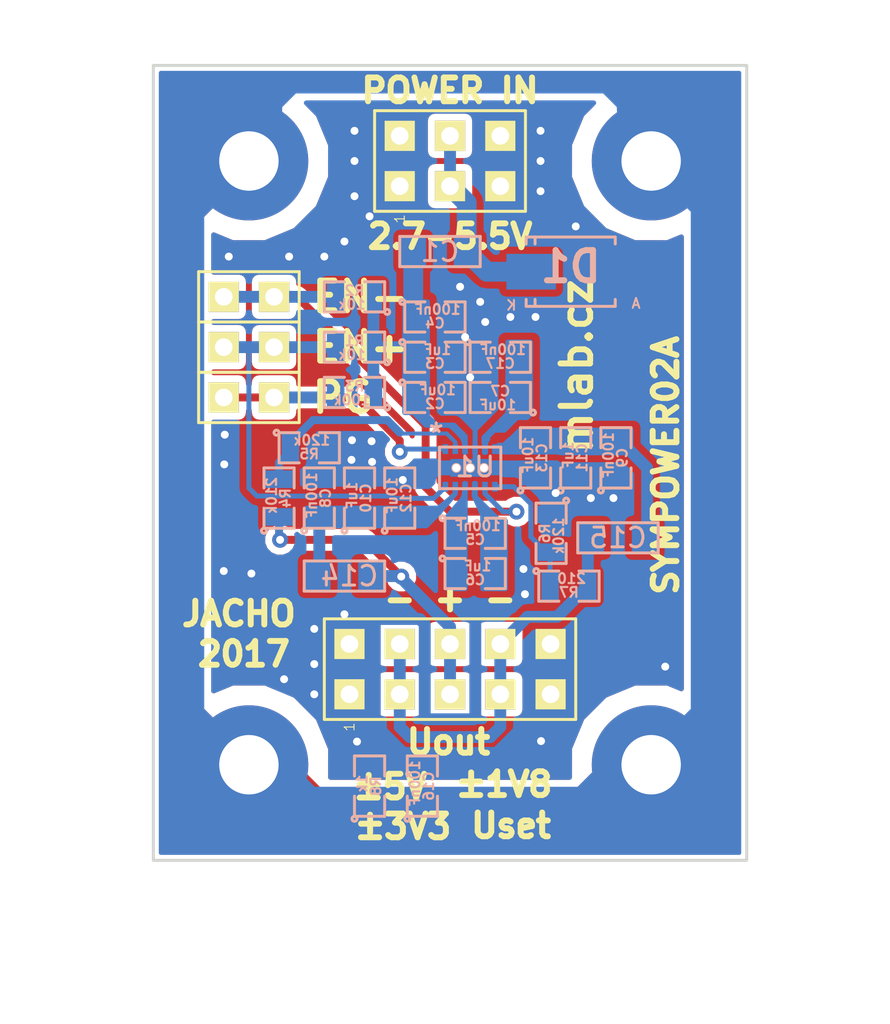
<source format=kicad_pcb>
(kicad_pcb (version 20170123) (host pcbnew "(2017-02-05 revision 431abcf)-makepkg")

  (general
    (links 85)
    (no_connects 0)
    (area -8.659285 -49.299286 37.465001 8.001001)
    (thickness 1.6)
    (drawings 21)
    (tracks 312)
    (zones 0)
    (modules 36)
    (nets 17)
  )

  (page A4)
  (layers
    (0 F.Cu signal)
    (31 B.Cu signal)
    (32 B.Adhes user)
    (33 F.Adhes user)
    (34 B.Paste user)
    (35 F.Paste user)
    (36 B.SilkS user)
    (37 F.SilkS user)
    (38 B.Mask user)
    (39 F.Mask user)
    (40 Dwgs.User user)
    (41 Cmts.User user)
    (42 Eco1.User user)
    (43 Eco2.User user)
    (44 Edge.Cuts user)
    (45 Margin user)
    (46 B.CrtYd user)
    (47 F.CrtYd user)
    (48 B.Fab user)
    (49 F.Fab user)
  )

  (setup
    (last_trace_width 0.25)
    (user_trace_width 0.2)
    (user_trace_width 0.3)
    (user_trace_width 0.4)
    (user_trace_width 0.5)
    (user_trace_width 0.6)
    (user_trace_width 0.8)
    (user_trace_width 1)
    (trace_clearance 0.2)
    (zone_clearance 0.35)
    (zone_45_only yes)
    (trace_min 0.2)
    (segment_width 0.2)
    (edge_width 0.15)
    (via_size 0.8)
    (via_drill 0.4)
    (via_min_size 0.4)
    (via_min_drill 0.3)
    (uvia_size 0.3)
    (uvia_drill 0.1)
    (uvias_allowed no)
    (uvia_min_size 0.2)
    (uvia_min_drill 0.1)
    (pcb_text_width 0.3)
    (pcb_text_size 1.5 1.5)
    (mod_edge_width 0.15)
    (mod_text_size 1 1)
    (mod_text_width 0.15)
    (pad_size 1.524 1.524)
    (pad_drill 0.762)
    (pad_to_mask_clearance 0.2)
    (solder_mask_min_width 0.2)
    (aux_axis_origin 0 0)
    (visible_elements 7FFFFF7F)
    (pcbplotparams
      (layerselection 0x010e0_ffffffff)
      (usegerberextensions false)
      (excludeedgelayer true)
      (linewidth 1.300000)
      (plotframeref false)
      (viasonmask false)
      (mode 1)
      (useauxorigin false)
      (hpglpennumber 1)
      (hpglpenspeed 20)
      (hpglpendiameter 15)
      (psnegative false)
      (psa4output false)
      (plotreference true)
      (plotvalue true)
      (plotinvisibletext false)
      (padsonsilk false)
      (subtractmaskfromsilk false)
      (outputformat 1)
      (mirror false)
      (drillshape 0)
      (scaleselection 1)
      (outputdirectory ../CAM_PROFI/))
  )

  (net 0 "")
  (net 1 GND)
  (net 2 VCC)
  (net 3 "Net-(C10-Pad1)")
  (net 4 "Net-(C11-Pad2)")
  (net 5 /Vout+)
  (net 6 /Vout-)
  (net 7 "Net-(C16-Pad1)")
  (net 8 /EN+)
  (net 9 /EN-)
  (net 10 /PGOOD)
  (net 11 /C1-)
  (net 12 /C1+)
  (net 13 /CP)
  (net 14 /FB+)
  (net 15 /FB-)
  (net 16 "Net-(C1-Pad1)")

  (net_class Default "Toto je výchozí třída sítě."
    (clearance 0.2)
    (trace_width 0.25)
    (via_dia 0.8)
    (via_drill 0.4)
    (uvia_dia 0.3)
    (uvia_drill 0.1)
    (add_net /C1+)
    (add_net /C1-)
    (add_net /CP)
    (add_net /EN+)
    (add_net /EN-)
    (add_net /FB+)
    (add_net /FB-)
    (add_net /PGOOD)
    (add_net /Vout+)
    (add_net /Vout-)
    (add_net GND)
    (add_net "Net-(C1-Pad1)")
    (add_net "Net-(C10-Pad1)")
    (add_net "Net-(C11-Pad2)")
    (add_net "Net-(C16-Pad1)")
    (add_net VCC)
  )

  (module Mlab_R:SMD-0805 (layer B.Cu) (tedit 54799E0C) (tstamp 58AD41A8)
    (at 14.478 -23.622)
    (path /58AC6E0E)
    (attr smd)
    (fp_text reference C2 (at 0 0.3175) (layer B.SilkS)
      (effects (font (size 0.50038 0.50038) (thickness 0.10922)) (justify mirror))
    )
    (fp_text value 10uF (at 0.127 -0.381) (layer B.SilkS)
      (effects (font (size 0.50038 0.50038) (thickness 0.10922)) (justify mirror))
    )
    (fp_circle (center -1.651 -0.762) (end -1.651 -0.635) (layer B.SilkS) (width 0.15))
    (fp_line (start -0.508 -0.762) (end -1.524 -0.762) (layer B.SilkS) (width 0.15))
    (fp_line (start -1.524 -0.762) (end -1.524 0.762) (layer B.SilkS) (width 0.15))
    (fp_line (start -1.524 0.762) (end -0.508 0.762) (layer B.SilkS) (width 0.15))
    (fp_line (start 0.508 0.762) (end 1.524 0.762) (layer B.SilkS) (width 0.15))
    (fp_line (start 1.524 0.762) (end 1.524 -0.762) (layer B.SilkS) (width 0.15))
    (fp_line (start 1.524 -0.762) (end 0.508 -0.762) (layer B.SilkS) (width 0.15))
    (pad 1 smd rect (at -0.9525 0) (size 0.889 1.397) (layers B.Cu B.Paste B.Mask)
      (net 2 VCC))
    (pad 2 smd rect (at 0.9525 0) (size 0.889 1.397) (layers B.Cu B.Paste B.Mask)
      (net 1 GND))
    (model MLAB_3D/Resistors/chip_cms.wrl
      (at (xyz 0 0 0))
      (scale (xyz 0.1 0.1 0.1))
      (rotate (xyz 0 0 0))
    )
  )

  (module Mlab_IO:WSON-12 (layer B.Cu) (tedit 58AE8669) (tstamp 58AD4276)
    (at 16.256 -20.066)
    (descr "WSON 12")
    (tags DRV8835)
    (path /58AAF79A)
    (fp_text reference U1 (at 0.254 -0.0508) (layer B.SilkS)
      (effects (font (size 1 1) (thickness 0.15)) (justify mirror))
    )
    (fp_text value LM27762 (at 0.1651 2.0574) (layer B.Fab) hide
      (effects (font (size 1 1) (thickness 0.15)) (justify mirror))
    )
    (fp_line (start -1.55 -1.05) (end -1.55 1.05) (layer B.SilkS) (width 0.15))
    (fp_line (start 1.55 -1.05) (end -1.55 -1.05) (layer B.SilkS) (width 0.15))
    (fp_line (start 1.55 1.05) (end 1.55 -1.05) (layer B.SilkS) (width 0.15))
    (fp_line (start -1.55 1.05) (end 1.55 1.05) (layer B.SilkS) (width 0.15))
    (fp_text user * (at -1.7145 -1.7272) (layer B.SilkS)
      (effects (font (size 1 1) (thickness 0.15)) (justify mirror))
    )
    (pad 13 thru_hole circle (at 0 0) (size 0.5 0.5) (drill 0.4) (layers *.Cu *.Mask B.SilkS)
      (net 1 GND))
    (pad 13 thru_hole circle (at -0.7 0) (size 0.5 0.5) (drill 0.4) (layers *.Cu *.Mask B.SilkS)
      (net 1 GND))
    (pad 13 thru_hole circle (at 0.7 0) (size 0.5 0.5) (drill 0.4) (layers *.Cu *.Mask B.SilkS)
      (net 1 GND))
    (pad 13 smd trapezoid (at -1.35 -0.25) (size 0.7 0.25) (layers B.Cu B.Paste B.Mask)
      (net 1 GND))
    (pad 13 smd trapezoid (at -1.35 0.25) (size 0.7 0.25) (layers B.Cu B.Paste B.Mask)
      (net 1 GND))
    (pad 13 smd trapezoid (at 1.35 0.25) (size 0.7 0.25) (layers B.Cu B.Paste B.Mask)
      (net 1 GND))
    (pad 13 smd trapezoid (at 1.35 -0.25) (size 0.7 0.25) (layers B.Cu B.Paste B.Mask)
      (net 1 GND))
    (pad 13 smd trapezoid (at 0 0) (size 2 0.9) (layers B.Cu B.Paste B.Mask)
      (net 1 GND))
    (pad 12 smd trapezoid (at -1.25 0.95) (size 0.28 0.5) (layers B.Cu B.Paste B.Mask)
      (net 8 /EN+))
    (pad 11 smd trapezoid (at -0.75 0.95) (size 0.28 0.5) (layers B.Cu B.Paste B.Mask)
      (net 3 "Net-(C10-Pad1)"))
    (pad 10 smd trapezoid (at -0.25 0.95) (size 0.28 0.5) (layers B.Cu B.Paste B.Mask)
      (net 12 /C1+))
    (pad 9 smd trapezoid (at 0.25 0.95) (size 0.28 0.5) (layers B.Cu B.Paste B.Mask)
      (net 11 /C1-))
    (pad 8 smd trapezoid (at 0.75 0.95) (size 0.28 0.5) (layers B.Cu B.Paste B.Mask)
      (net 9 /EN-))
    (pad 7 smd trapezoid (at 1.25 0.95) (size 0.28 0.5) (layers B.Cu B.Paste B.Mask)
      (net 15 /FB-))
    (pad 6 smd trapezoid (at 1.25 -0.95) (size 0.28 0.5) (layers B.Cu B.Paste B.Mask)
      (net 4 "Net-(C11-Pad2)"))
    (pad 5 smd trapezoid (at 0.75 -0.95) (size 0.28 0.5) (layers B.Cu B.Paste B.Mask)
      (net 13 /CP))
    (pad 4 smd trapezoid (at 0.25 -0.95) (size 0.28 0.5) (layers B.Cu B.Paste B.Mask)
      (net 1 GND))
    (pad 3 smd trapezoid (at -0.25 -0.95) (size 0.28 0.5) (layers B.Cu B.Paste B.Mask)
      (net 2 VCC))
    (pad 2 smd trapezoid (at -0.75 -0.95) (size 0.28 0.5) (layers B.Cu B.Paste B.Mask)
      (net 14 /FB+))
    (pad 1 smd trapezoid (at -1.25 -0.95) (size 0.28 0.5) (layers B.Cu B.Paste B.Mask)
      (net 10 /PGOOD))
  )

  (module Mlab_Mechanical:MountingHole_3mm placed (layer F.Cu) (tedit 589027DC) (tstamp 58244A4B)
    (at 5.08 -5.08)
    (descr "Mounting hole, Befestigungsbohrung, 3mm, No Annular, Kein Restring,")
    (tags "Mounting hole, Befestigungsbohrung, 3mm, No Annular, Kein Restring,")
    (path /549D7549)
    (fp_text reference M1 (at 0 -4.191) (layer F.SilkS) hide
      (effects (font (thickness 0.3048)))
    )
    (fp_text value HOLE (at 0 4.191) (layer F.SilkS) hide
      (effects (font (thickness 0.3048)))
    )
    (fp_circle (center 0 0) (end 2.99974 0) (layer Cmts.User) (width 0.381))
    (pad 1 thru_hole circle (at 0 0) (size 6 6) (drill 3) (layers *.Cu *.Adhes *.Mask)
      (net 7 "Net-(C16-Pad1)") (clearance 1) (zone_connect 2))
  )

  (module Mlab_Mechanical:MountingHole_3mm placed (layer F.Cu) (tedit 589027DC) (tstamp 58244A51)
    (at 25.4 -5.08)
    (descr "Mounting hole, Befestigungsbohrung, 3mm, No Annular, Kein Restring,")
    (tags "Mounting hole, Befestigungsbohrung, 3mm, No Annular, Kein Restring,")
    (path /549D7628)
    (fp_text reference M2 (at 0 -4.191) (layer F.SilkS) hide
      (effects (font (thickness 0.3048)))
    )
    (fp_text value HOLE (at 0 4.191) (layer F.SilkS) hide
      (effects (font (thickness 0.3048)))
    )
    (fp_circle (center 0 0) (end 2.99974 0) (layer Cmts.User) (width 0.381))
    (pad 1 thru_hole circle (at 0 0) (size 6 6) (drill 3) (layers *.Cu *.Adhes *.Mask)
      (net 7 "Net-(C16-Pad1)") (clearance 1) (zone_connect 2))
  )

  (module Mlab_Mechanical:MountingHole_3mm placed (layer F.Cu) (tedit 589027DC) (tstamp 58244A57)
    (at 25.4 -35.56)
    (descr "Mounting hole, Befestigungsbohrung, 3mm, No Annular, Kein Restring,")
    (tags "Mounting hole, Befestigungsbohrung, 3mm, No Annular, Kein Restring,")
    (path /549D7646)
    (fp_text reference M3 (at 0 -4.191) (layer F.SilkS) hide
      (effects (font (thickness 0.3048)))
    )
    (fp_text value HOLE (at 0 4.191) (layer F.SilkS) hide
      (effects (font (thickness 0.3048)))
    )
    (fp_circle (center 0 0) (end 2.99974 0) (layer Cmts.User) (width 0.381))
    (pad 1 thru_hole circle (at 0 0) (size 6 6) (drill 3) (layers *.Cu *.Adhes *.Mask)
      (net 7 "Net-(C16-Pad1)") (clearance 1) (zone_connect 2))
  )

  (module Mlab_Mechanical:MountingHole_3mm placed (layer F.Cu) (tedit 589027DC) (tstamp 58244A5D)
    (at 5.08 -35.56)
    (descr "Mounting hole, Befestigungsbohrung, 3mm, No Annular, Kein Restring,")
    (tags "Mounting hole, Befestigungsbohrung, 3mm, No Annular, Kein Restring,")
    (path /549D7665)
    (fp_text reference M4 (at 0 -4.191) (layer F.SilkS) hide
      (effects (font (thickness 0.3048)))
    )
    (fp_text value HOLE (at 0 4.191) (layer F.SilkS) hide
      (effects (font (thickness 0.3048)))
    )
    (fp_circle (center 0 0) (end 2.99974 0) (layer Cmts.User) (width 0.381))
    (pad 1 thru_hole circle (at 0 0) (size 6 6) (drill 3) (layers *.Cu *.Adhes *.Mask)
      (net 7 "Net-(C16-Pad1)") (clearance 1) (zone_connect 2))
  )

  (module Mlab_L:FIR1 (layer B.Cu) (tedit 58AFFEDA) (tstamp 58AD41A2)
    (at 14.732 -30.988 180)
    (path /58AC46C8)
    (fp_text reference C1 (at 0 0 180) (layer B.SilkS)
      (effects (font (size 1 1) (thickness 0.15)) (justify mirror))
    )
    (fp_text value NFM21PC105 (at 2.794 -1.905 180) (layer B.SilkS) hide
      (effects (font (size 1 1) (thickness 0.15)) (justify mirror))
    )
    (fp_line (start -2.032 0.762) (end 2.032 0.762) (layer B.SilkS) (width 0.15))
    (fp_line (start 2.032 0.762) (end 2.032 -0.762) (layer B.SilkS) (width 0.15))
    (fp_line (start 2.032 -0.762) (end -2.032 -0.762) (layer B.SilkS) (width 0.15))
    (fp_line (start -2.032 -0.762) (end -2.032 0.762) (layer B.SilkS) (width 0.15))
    (fp_line (start -2.032 0.762) (end -2.032 0.635) (layer B.SilkS) (width 0.15))
    (pad 1 smd rect (at -1.35 0 180) (size 1.3 1.5) (layers B.Cu B.Paste B.Mask)
      (net 16 "Net-(C1-Pad1)"))
    (pad 2 smd rect (at 0 0 180) (size 0.7 3) (layers B.Cu B.Paste B.Mask)
      (net 1 GND))
    (pad 3 smd rect (at 1.35 0 180) (size 1.3 1.5) (layers B.Cu B.Paste B.Mask)
      (net 2 VCC))
    (model MLAB_3D/Resistors/chip_cms.wrl
      (at (xyz 0 0 0))
      (scale (xyz 0.13 0.13 0.13))
      (rotate (xyz 0 0 0))
    )
  )

  (module Mlab_R:SMD-0805 (layer B.Cu) (tedit 54799E0C) (tstamp 58AD41AE)
    (at 14.478 -25.654)
    (path /58AC6BEC)
    (attr smd)
    (fp_text reference C3 (at 0 0.3175) (layer B.SilkS)
      (effects (font (size 0.50038 0.50038) (thickness 0.10922)) (justify mirror))
    )
    (fp_text value 1uF (at 0.127 -0.381) (layer B.SilkS)
      (effects (font (size 0.50038 0.50038) (thickness 0.10922)) (justify mirror))
    )
    (fp_line (start 1.524 -0.762) (end 0.508 -0.762) (layer B.SilkS) (width 0.15))
    (fp_line (start 1.524 0.762) (end 1.524 -0.762) (layer B.SilkS) (width 0.15))
    (fp_line (start 0.508 0.762) (end 1.524 0.762) (layer B.SilkS) (width 0.15))
    (fp_line (start -1.524 0.762) (end -0.508 0.762) (layer B.SilkS) (width 0.15))
    (fp_line (start -1.524 -0.762) (end -1.524 0.762) (layer B.SilkS) (width 0.15))
    (fp_line (start -0.508 -0.762) (end -1.524 -0.762) (layer B.SilkS) (width 0.15))
    (fp_circle (center -1.651 -0.762) (end -1.651 -0.635) (layer B.SilkS) (width 0.15))
    (pad 2 smd rect (at 0.9525 0) (size 0.889 1.397) (layers B.Cu B.Paste B.Mask)
      (net 1 GND))
    (pad 1 smd rect (at -0.9525 0) (size 0.889 1.397) (layers B.Cu B.Paste B.Mask)
      (net 2 VCC))
    (model MLAB_3D/Resistors/chip_cms.wrl
      (at (xyz 0 0 0))
      (scale (xyz 0.1 0.1 0.1))
      (rotate (xyz 0 0 0))
    )
  )

  (module Mlab_R:SMD-0805 (layer B.Cu) (tedit 54799E0C) (tstamp 58AD41B4)
    (at 14.478 -27.686)
    (path /58AB595A)
    (attr smd)
    (fp_text reference C4 (at 0 0.3175) (layer B.SilkS)
      (effects (font (size 0.50038 0.50038) (thickness 0.10922)) (justify mirror))
    )
    (fp_text value 100nF (at 0.127 -0.381) (layer B.SilkS)
      (effects (font (size 0.50038 0.50038) (thickness 0.10922)) (justify mirror))
    )
    (fp_circle (center -1.651 -0.762) (end -1.651 -0.635) (layer B.SilkS) (width 0.15))
    (fp_line (start -0.508 -0.762) (end -1.524 -0.762) (layer B.SilkS) (width 0.15))
    (fp_line (start -1.524 -0.762) (end -1.524 0.762) (layer B.SilkS) (width 0.15))
    (fp_line (start -1.524 0.762) (end -0.508 0.762) (layer B.SilkS) (width 0.15))
    (fp_line (start 0.508 0.762) (end 1.524 0.762) (layer B.SilkS) (width 0.15))
    (fp_line (start 1.524 0.762) (end 1.524 -0.762) (layer B.SilkS) (width 0.15))
    (fp_line (start 1.524 -0.762) (end 0.508 -0.762) (layer B.SilkS) (width 0.15))
    (pad 1 smd rect (at -0.9525 0) (size 0.889 1.397) (layers B.Cu B.Paste B.Mask)
      (net 2 VCC))
    (pad 2 smd rect (at 0.9525 0) (size 0.889 1.397) (layers B.Cu B.Paste B.Mask)
      (net 1 GND))
    (model MLAB_3D/Resistors/chip_cms.wrl
      (at (xyz 0 0 0))
      (scale (xyz 0.1 0.1 0.1))
      (rotate (xyz 0 0 0))
    )
  )

  (module Mlab_R:SMD-0805 (layer B.Cu) (tedit 54799E0C) (tstamp 58AD41BA)
    (at 16.51 -16.764)
    (path /58AC7744)
    (attr smd)
    (fp_text reference C5 (at 0 0.3175) (layer B.SilkS)
      (effects (font (size 0.50038 0.50038) (thickness 0.10922)) (justify mirror))
    )
    (fp_text value 100nF (at 0.127 -0.381) (layer B.SilkS)
      (effects (font (size 0.50038 0.50038) (thickness 0.10922)) (justify mirror))
    )
    (fp_line (start 1.524 -0.762) (end 0.508 -0.762) (layer B.SilkS) (width 0.15))
    (fp_line (start 1.524 0.762) (end 1.524 -0.762) (layer B.SilkS) (width 0.15))
    (fp_line (start 0.508 0.762) (end 1.524 0.762) (layer B.SilkS) (width 0.15))
    (fp_line (start -1.524 0.762) (end -0.508 0.762) (layer B.SilkS) (width 0.15))
    (fp_line (start -1.524 -0.762) (end -1.524 0.762) (layer B.SilkS) (width 0.15))
    (fp_line (start -0.508 -0.762) (end -1.524 -0.762) (layer B.SilkS) (width 0.15))
    (fp_circle (center -1.651 -0.762) (end -1.651 -0.635) (layer B.SilkS) (width 0.15))
    (pad 2 smd rect (at 0.9525 0) (size 0.889 1.397) (layers B.Cu B.Paste B.Mask)
      (net 11 /C1-))
    (pad 1 smd rect (at -0.9525 0) (size 0.889 1.397) (layers B.Cu B.Paste B.Mask)
      (net 12 /C1+))
    (model MLAB_3D/Resistors/chip_cms.wrl
      (at (xyz 0 0 0))
      (scale (xyz 0.1 0.1 0.1))
      (rotate (xyz 0 0 0))
    )
  )

  (module Mlab_R:SMD-0805 (layer B.Cu) (tedit 54799E0C) (tstamp 58AD41C0)
    (at 16.51 -14.732)
    (path /58AB4D2E)
    (attr smd)
    (fp_text reference C6 (at 0 0.3175) (layer B.SilkS)
      (effects (font (size 0.50038 0.50038) (thickness 0.10922)) (justify mirror))
    )
    (fp_text value 1uF (at 0.127 -0.381) (layer B.SilkS)
      (effects (font (size 0.50038 0.50038) (thickness 0.10922)) (justify mirror))
    )
    (fp_circle (center -1.651 -0.762) (end -1.651 -0.635) (layer B.SilkS) (width 0.15))
    (fp_line (start -0.508 -0.762) (end -1.524 -0.762) (layer B.SilkS) (width 0.15))
    (fp_line (start -1.524 -0.762) (end -1.524 0.762) (layer B.SilkS) (width 0.15))
    (fp_line (start -1.524 0.762) (end -0.508 0.762) (layer B.SilkS) (width 0.15))
    (fp_line (start 0.508 0.762) (end 1.524 0.762) (layer B.SilkS) (width 0.15))
    (fp_line (start 1.524 0.762) (end 1.524 -0.762) (layer B.SilkS) (width 0.15))
    (fp_line (start 1.524 -0.762) (end 0.508 -0.762) (layer B.SilkS) (width 0.15))
    (pad 1 smd rect (at -0.9525 0) (size 0.889 1.397) (layers B.Cu B.Paste B.Mask)
      (net 12 /C1+))
    (pad 2 smd rect (at 0.9525 0) (size 0.889 1.397) (layers B.Cu B.Paste B.Mask)
      (net 11 /C1-))
    (model MLAB_3D/Resistors/chip_cms.wrl
      (at (xyz 0 0 0))
      (scale (xyz 0.1 0.1 0.1))
      (rotate (xyz 0 0 0))
    )
  )

  (module Mlab_R:SMD-0805 (layer B.Cu) (tedit 54799E0C) (tstamp 58AD41C6)
    (at 17.78 -23.622 180)
    (path /58ACF53C)
    (attr smd)
    (fp_text reference C7 (at 0 0.3175 180) (layer B.SilkS)
      (effects (font (size 0.50038 0.50038) (thickness 0.10922)) (justify mirror))
    )
    (fp_text value 10uF (at 0.127 -0.381 180) (layer B.SilkS)
      (effects (font (size 0.50038 0.50038) (thickness 0.10922)) (justify mirror))
    )
    (fp_line (start 1.524 -0.762) (end 0.508 -0.762) (layer B.SilkS) (width 0.15))
    (fp_line (start 1.524 0.762) (end 1.524 -0.762) (layer B.SilkS) (width 0.15))
    (fp_line (start 0.508 0.762) (end 1.524 0.762) (layer B.SilkS) (width 0.15))
    (fp_line (start -1.524 0.762) (end -0.508 0.762) (layer B.SilkS) (width 0.15))
    (fp_line (start -1.524 -0.762) (end -1.524 0.762) (layer B.SilkS) (width 0.15))
    (fp_line (start -0.508 -0.762) (end -1.524 -0.762) (layer B.SilkS) (width 0.15))
    (fp_circle (center -1.651 -0.762) (end -1.651 -0.635) (layer B.SilkS) (width 0.15))
    (pad 2 smd rect (at 0.9525 0 180) (size 0.889 1.397) (layers B.Cu B.Paste B.Mask)
      (net 1 GND))
    (pad 1 smd rect (at -0.9525 0 180) (size 0.889 1.397) (layers B.Cu B.Paste B.Mask)
      (net 13 /CP))
    (model MLAB_3D/Resistors/chip_cms.wrl
      (at (xyz 0 0 0))
      (scale (xyz 0.1 0.1 0.1))
      (rotate (xyz 0 0 0))
    )
  )

  (module Mlab_R:SMD-0805 (layer B.Cu) (tedit 54799E0C) (tstamp 58AD41CC)
    (at 8.636 -18.542 90)
    (path /58ACE8C7)
    (attr smd)
    (fp_text reference C8 (at 0 0.3175 90) (layer B.SilkS)
      (effects (font (size 0.50038 0.50038) (thickness 0.10922)) (justify mirror))
    )
    (fp_text value 100nF (at 0.127 -0.381 90) (layer B.SilkS)
      (effects (font (size 0.50038 0.50038) (thickness 0.10922)) (justify mirror))
    )
    (fp_line (start 1.524 -0.762) (end 0.508 -0.762) (layer B.SilkS) (width 0.15))
    (fp_line (start 1.524 0.762) (end 1.524 -0.762) (layer B.SilkS) (width 0.15))
    (fp_line (start 0.508 0.762) (end 1.524 0.762) (layer B.SilkS) (width 0.15))
    (fp_line (start -1.524 0.762) (end -0.508 0.762) (layer B.SilkS) (width 0.15))
    (fp_line (start -1.524 -0.762) (end -1.524 0.762) (layer B.SilkS) (width 0.15))
    (fp_line (start -0.508 -0.762) (end -1.524 -0.762) (layer B.SilkS) (width 0.15))
    (fp_circle (center -1.651 -0.762) (end -1.651 -0.635) (layer B.SilkS) (width 0.15))
    (pad 2 smd rect (at 0.9525 0 90) (size 0.889 1.397) (layers B.Cu B.Paste B.Mask)
      (net 1 GND))
    (pad 1 smd rect (at -0.9525 0 90) (size 0.889 1.397) (layers B.Cu B.Paste B.Mask)
      (net 3 "Net-(C10-Pad1)"))
    (model MLAB_3D/Resistors/chip_cms.wrl
      (at (xyz 0 0 0))
      (scale (xyz 0.1 0.1 0.1))
      (rotate (xyz 0 0 0))
    )
  )

  (module Mlab_R:SMD-0805 (layer B.Cu) (tedit 54799E0C) (tstamp 58AD41D2)
    (at 23.622 -20.574 90)
    (path /58ACEBE3)
    (attr smd)
    (fp_text reference C9 (at 0 0.3175 90) (layer B.SilkS)
      (effects (font (size 0.50038 0.50038) (thickness 0.10922)) (justify mirror))
    )
    (fp_text value 100nF (at 0.127 -0.381 90) (layer B.SilkS)
      (effects (font (size 0.50038 0.50038) (thickness 0.10922)) (justify mirror))
    )
    (fp_line (start 1.524 -0.762) (end 0.508 -0.762) (layer B.SilkS) (width 0.15))
    (fp_line (start 1.524 0.762) (end 1.524 -0.762) (layer B.SilkS) (width 0.15))
    (fp_line (start 0.508 0.762) (end 1.524 0.762) (layer B.SilkS) (width 0.15))
    (fp_line (start -1.524 0.762) (end -0.508 0.762) (layer B.SilkS) (width 0.15))
    (fp_line (start -1.524 -0.762) (end -1.524 0.762) (layer B.SilkS) (width 0.15))
    (fp_line (start -0.508 -0.762) (end -1.524 -0.762) (layer B.SilkS) (width 0.15))
    (fp_circle (center -1.651 -0.762) (end -1.651 -0.635) (layer B.SilkS) (width 0.15))
    (pad 2 smd rect (at 0.9525 0 90) (size 0.889 1.397) (layers B.Cu B.Paste B.Mask)
      (net 4 "Net-(C11-Pad2)"))
    (pad 1 smd rect (at -0.9525 0 90) (size 0.889 1.397) (layers B.Cu B.Paste B.Mask)
      (net 1 GND))
    (model MLAB_3D/Resistors/chip_cms.wrl
      (at (xyz 0 0 0))
      (scale (xyz 0.1 0.1 0.1))
      (rotate (xyz 0 0 0))
    )
  )

  (module Mlab_R:SMD-0805 (layer B.Cu) (tedit 54799E0C) (tstamp 58AD41D8)
    (at 10.668 -18.542 90)
    (path /58ACE482)
    (attr smd)
    (fp_text reference C10 (at 0 0.3175 90) (layer B.SilkS)
      (effects (font (size 0.50038 0.50038) (thickness 0.10922)) (justify mirror))
    )
    (fp_text value 1uF (at 0.127 -0.381 90) (layer B.SilkS)
      (effects (font (size 0.50038 0.50038) (thickness 0.10922)) (justify mirror))
    )
    (fp_circle (center -1.651 -0.762) (end -1.651 -0.635) (layer B.SilkS) (width 0.15))
    (fp_line (start -0.508 -0.762) (end -1.524 -0.762) (layer B.SilkS) (width 0.15))
    (fp_line (start -1.524 -0.762) (end -1.524 0.762) (layer B.SilkS) (width 0.15))
    (fp_line (start -1.524 0.762) (end -0.508 0.762) (layer B.SilkS) (width 0.15))
    (fp_line (start 0.508 0.762) (end 1.524 0.762) (layer B.SilkS) (width 0.15))
    (fp_line (start 1.524 0.762) (end 1.524 -0.762) (layer B.SilkS) (width 0.15))
    (fp_line (start 1.524 -0.762) (end 0.508 -0.762) (layer B.SilkS) (width 0.15))
    (pad 1 smd rect (at -0.9525 0 90) (size 0.889 1.397) (layers B.Cu B.Paste B.Mask)
      (net 3 "Net-(C10-Pad1)"))
    (pad 2 smd rect (at 0.9525 0 90) (size 0.889 1.397) (layers B.Cu B.Paste B.Mask)
      (net 1 GND))
    (model MLAB_3D/Resistors/chip_cms.wrl
      (at (xyz 0 0 0))
      (scale (xyz 0.1 0.1 0.1))
      (rotate (xyz 0 0 0))
    )
  )

  (module Mlab_R:SMD-0805 (layer B.Cu) (tedit 54799E0C) (tstamp 58AD41DE)
    (at 21.59 -20.574 90)
    (path /58ACEC58)
    (attr smd)
    (fp_text reference C11 (at 0 0.3175 90) (layer B.SilkS)
      (effects (font (size 0.50038 0.50038) (thickness 0.10922)) (justify mirror))
    )
    (fp_text value 1uF (at 0.127 -0.381 90) (layer B.SilkS)
      (effects (font (size 0.50038 0.50038) (thickness 0.10922)) (justify mirror))
    )
    (fp_circle (center -1.651 -0.762) (end -1.651 -0.635) (layer B.SilkS) (width 0.15))
    (fp_line (start -0.508 -0.762) (end -1.524 -0.762) (layer B.SilkS) (width 0.15))
    (fp_line (start -1.524 -0.762) (end -1.524 0.762) (layer B.SilkS) (width 0.15))
    (fp_line (start -1.524 0.762) (end -0.508 0.762) (layer B.SilkS) (width 0.15))
    (fp_line (start 0.508 0.762) (end 1.524 0.762) (layer B.SilkS) (width 0.15))
    (fp_line (start 1.524 0.762) (end 1.524 -0.762) (layer B.SilkS) (width 0.15))
    (fp_line (start 1.524 -0.762) (end 0.508 -0.762) (layer B.SilkS) (width 0.15))
    (pad 1 smd rect (at -0.9525 0 90) (size 0.889 1.397) (layers B.Cu B.Paste B.Mask)
      (net 1 GND))
    (pad 2 smd rect (at 0.9525 0 90) (size 0.889 1.397) (layers B.Cu B.Paste B.Mask)
      (net 4 "Net-(C11-Pad2)"))
    (model MLAB_3D/Resistors/chip_cms.wrl
      (at (xyz 0 0 0))
      (scale (xyz 0.1 0.1 0.1))
      (rotate (xyz 0 0 0))
    )
  )

  (module Mlab_R:SMD-0805 (layer B.Cu) (tedit 54799E0C) (tstamp 58AD41E4)
    (at 12.7 -18.542 90)
    (path /58AB43F7)
    (attr smd)
    (fp_text reference C12 (at 0 0.3175 90) (layer B.SilkS)
      (effects (font (size 0.50038 0.50038) (thickness 0.10922)) (justify mirror))
    )
    (fp_text value 10uF (at 0.127 -0.381 90) (layer B.SilkS)
      (effects (font (size 0.50038 0.50038) (thickness 0.10922)) (justify mirror))
    )
    (fp_line (start 1.524 -0.762) (end 0.508 -0.762) (layer B.SilkS) (width 0.15))
    (fp_line (start 1.524 0.762) (end 1.524 -0.762) (layer B.SilkS) (width 0.15))
    (fp_line (start 0.508 0.762) (end 1.524 0.762) (layer B.SilkS) (width 0.15))
    (fp_line (start -1.524 0.762) (end -0.508 0.762) (layer B.SilkS) (width 0.15))
    (fp_line (start -1.524 -0.762) (end -1.524 0.762) (layer B.SilkS) (width 0.15))
    (fp_line (start -0.508 -0.762) (end -1.524 -0.762) (layer B.SilkS) (width 0.15))
    (fp_circle (center -1.651 -0.762) (end -1.651 -0.635) (layer B.SilkS) (width 0.15))
    (pad 2 smd rect (at 0.9525 0 90) (size 0.889 1.397) (layers B.Cu B.Paste B.Mask)
      (net 1 GND))
    (pad 1 smd rect (at -0.9525 0 90) (size 0.889 1.397) (layers B.Cu B.Paste B.Mask)
      (net 3 "Net-(C10-Pad1)"))
    (model MLAB_3D/Resistors/chip_cms.wrl
      (at (xyz 0 0 0))
      (scale (xyz 0.1 0.1 0.1))
      (rotate (xyz 0 0 0))
    )
  )

  (module Mlab_L:FIR1 (layer B.Cu) (tedit 58AFFED2) (tstamp 58AD41F1)
    (at 9.906 -14.605)
    (path /58AD3FCC)
    (fp_text reference C14 (at 0.254 0) (layer B.SilkS)
      (effects (font (size 1 1) (thickness 0.15)) (justify mirror))
    )
    (fp_text value NFM21PC105 (at 2.794 -1.905) (layer B.SilkS) hide
      (effects (font (size 1 1) (thickness 0.15)) (justify mirror))
    )
    (fp_line (start -2.032 0.762) (end -2.032 0.635) (layer B.SilkS) (width 0.15))
    (fp_line (start -2.032 -0.762) (end -2.032 0.762) (layer B.SilkS) (width 0.15))
    (fp_line (start 2.032 -0.762) (end -2.032 -0.762) (layer B.SilkS) (width 0.15))
    (fp_line (start 2.032 0.762) (end 2.032 -0.762) (layer B.SilkS) (width 0.15))
    (fp_line (start -2.032 0.762) (end 2.032 0.762) (layer B.SilkS) (width 0.15))
    (pad 3 smd rect (at 1.35 0) (size 1.3 1.5) (layers B.Cu B.Paste B.Mask)
      (net 5 /Vout+))
    (pad 2 smd rect (at 0 0) (size 0.7 3) (layers B.Cu B.Paste B.Mask)
      (net 1 GND))
    (pad 1 smd rect (at -1.35 0) (size 1.3 1.5) (layers B.Cu B.Paste B.Mask)
      (net 3 "Net-(C10-Pad1)"))
    (model MLAB_3D/Resistors/chip_cms.wrl
      (at (xyz 0 0 0))
      (scale (xyz 0.13 0.13 0.13))
      (rotate (xyz 0 0 0))
    )
  )

  (module Mlab_L:FIR1 (layer B.Cu) (tedit 58AFFECC) (tstamp 58AD41F8)
    (at 23.7236 -16.5354 180)
    (path /58AD3911)
    (fp_text reference C15 (at 0 0 180) (layer B.SilkS)
      (effects (font (size 1 1) (thickness 0.15)) (justify mirror))
    )
    (fp_text value NFM21PC105 (at 2.794 -1.905 180) (layer B.SilkS) hide
      (effects (font (size 1 1) (thickness 0.15)) (justify mirror))
    )
    (fp_line (start -2.032 0.762) (end 2.032 0.762) (layer B.SilkS) (width 0.15))
    (fp_line (start 2.032 0.762) (end 2.032 -0.762) (layer B.SilkS) (width 0.15))
    (fp_line (start 2.032 -0.762) (end -2.032 -0.762) (layer B.SilkS) (width 0.15))
    (fp_line (start -2.032 -0.762) (end -2.032 0.762) (layer B.SilkS) (width 0.15))
    (fp_line (start -2.032 0.762) (end -2.032 0.635) (layer B.SilkS) (width 0.15))
    (pad 1 smd rect (at -1.35 0 180) (size 1.3 1.5) (layers B.Cu B.Paste B.Mask)
      (net 4 "Net-(C11-Pad2)"))
    (pad 2 smd rect (at 0 0 180) (size 0.7 3) (layers B.Cu B.Paste B.Mask)
      (net 1 GND))
    (pad 3 smd rect (at 1.35 0 180) (size 1.3 1.5) (layers B.Cu B.Paste B.Mask)
      (net 6 /Vout-))
    (model MLAB_3D/Resistors/chip_cms.wrl
      (at (xyz 0 0 0))
      (scale (xyz 0.13 0.13 0.13))
      (rotate (xyz 0 0 0))
    )
  )

  (module Mlab_R:SMD-0805 (layer B.Cu) (tedit 54799E0C) (tstamp 58AD41FE)
    (at 13.843 -4.0005 90)
    (path /58ADAA58)
    (attr smd)
    (fp_text reference C16 (at 0 0.3175 90) (layer B.SilkS)
      (effects (font (size 0.50038 0.50038) (thickness 0.10922)) (justify mirror))
    )
    (fp_text value 100nF (at 0.127 -0.381 90) (layer B.SilkS)
      (effects (font (size 0.50038 0.50038) (thickness 0.10922)) (justify mirror))
    )
    (fp_circle (center -1.651 -0.762) (end -1.651 -0.635) (layer B.SilkS) (width 0.15))
    (fp_line (start -0.508 -0.762) (end -1.524 -0.762) (layer B.SilkS) (width 0.15))
    (fp_line (start -1.524 -0.762) (end -1.524 0.762) (layer B.SilkS) (width 0.15))
    (fp_line (start -1.524 0.762) (end -0.508 0.762) (layer B.SilkS) (width 0.15))
    (fp_line (start 0.508 0.762) (end 1.524 0.762) (layer B.SilkS) (width 0.15))
    (fp_line (start 1.524 0.762) (end 1.524 -0.762) (layer B.SilkS) (width 0.15))
    (fp_line (start 1.524 -0.762) (end 0.508 -0.762) (layer B.SilkS) (width 0.15))
    (pad 1 smd rect (at -0.9525 0 90) (size 0.889 1.397) (layers B.Cu B.Paste B.Mask)
      (net 7 "Net-(C16-Pad1)"))
    (pad 2 smd rect (at 0.9525 0 90) (size 0.889 1.397) (layers B.Cu B.Paste B.Mask)
      (net 1 GND))
    (model MLAB_3D/Resistors/chip_cms.wrl
      (at (xyz 0 0 0))
      (scale (xyz 0.1 0.1 0.1))
      (rotate (xyz 0 0 0))
    )
  )

  (module Mlab_D:SMA_Standard (layer B.Cu) (tedit 58AFFEC7) (tstamp 58AD4204)
    (at 21.336 -29.972 180)
    (descr "Diode SMA")
    (tags "Diode SMA")
    (path /58ADE973)
    (attr smd)
    (fp_text reference D1 (at 0 0.254 180) (layer B.SilkS)
      (effects (font (thickness 0.3048)) (justify mirror))
    )
    (fp_text value M4 (at 0 -3.81 180) (layer B.SilkS) hide
      (effects (font (thickness 0.3048)) (justify mirror))
    )
    (fp_text user A (at -3.29946 -1.6002 180) (layer B.SilkS)
      (effects (font (size 0.50038 0.50038) (thickness 0.09906)) (justify mirror))
    )
    (fp_text user K (at 2.99974 -1.69926 180) (layer B.SilkS)
      (effects (font (size 0.50038 0.50038) (thickness 0.09906)) (justify mirror))
    )
    (fp_circle (center 0 0) (end 0.20066 0.0508) (layer B.Adhes) (width 0.381))
    (fp_line (start 1.80086 -1.75006) (end 1.80086 -1.39954) (layer B.SilkS) (width 0.15))
    (fp_line (start 1.80086 1.75006) (end 1.80086 1.39954) (layer B.SilkS) (width 0.15))
    (fp_line (start 2.25044 -1.75006) (end 2.25044 -1.39954) (layer B.SilkS) (width 0.15))
    (fp_line (start -2.25044 -1.75006) (end -2.25044 -1.39954) (layer B.SilkS) (width 0.15))
    (fp_line (start -2.25044 1.75006) (end -2.25044 1.39954) (layer B.SilkS) (width 0.15))
    (fp_line (start 2.25044 1.75006) (end 2.25044 1.39954) (layer B.SilkS) (width 0.15))
    (fp_line (start -2.25044 -1.75006) (end 2.25044 -1.75006) (layer B.SilkS) (width 0.15))
    (fp_line (start -2.25044 1.75006) (end 2.25044 1.75006) (layer B.SilkS) (width 0.15))
    (pad 1 smd rect (at 1.99898 0 180) (size 2.49936 1.80086) (layers B.Cu B.Paste B.Mask)
      (net 16 "Net-(C1-Pad1)"))
    (pad 2 smd rect (at -1.99898 0 180) (size 2.49936 1.80086) (layers B.Cu B.Paste B.Mask)
      (net 1 GND))
    (model MLAB_3D/Diodes/SMA.wrl
      (at (xyz 0 0 0))
      (scale (xyz 0.3937 0.3937 0.3937))
      (rotate (xyz 0 0 0))
    )
  )

  (module Mlab_Pin_Headers:Straight_2x03 (layer F.Cu) (tedit 55DC1460) (tstamp 58AD420E)
    (at 15.24 -35.56 90)
    (descr "pin header straight 2x03")
    (tags "pin header straight 2x03")
    (path /58ADD035)
    (fp_text reference J1 (at 0 -5.08 90) (layer F.SilkS) hide
      (effects (font (size 1.5 1.5) (thickness 0.15)))
    )
    (fp_text value HEADER_2x03_PARALLEL (at 0 5.08 90) (layer F.SilkS) hide
      (effects (font (size 1.5 1.5) (thickness 0.15)))
    )
    (fp_text user 1 (at -2.921 -2.54 90) (layer F.SilkS)
      (effects (font (size 0.5 0.5) (thickness 0.05)))
    )
    (fp_line (start -2.54 -3.81) (end 2.54 -3.81) (layer F.SilkS) (width 0.15))
    (fp_line (start 2.54 -3.81) (end 2.54 3.81) (layer F.SilkS) (width 0.15))
    (fp_line (start 2.54 3.81) (end -2.54 3.81) (layer F.SilkS) (width 0.15))
    (fp_line (start -2.54 3.81) (end -2.54 -3.81) (layer F.SilkS) (width 0.15))
    (pad 1 thru_hole rect (at -1.27 -2.54 90) (size 1.524 1.524) (drill 0.889) (layers *.Cu *.Mask F.SilkS)
      (net 1 GND))
    (pad 2 thru_hole rect (at 1.27 -2.54 90) (size 1.524 1.524) (drill 0.889) (layers *.Cu *.Mask F.SilkS)
      (net 1 GND))
    (pad 3 thru_hole rect (at -1.27 0 90) (size 1.524 1.524) (drill 0.889) (layers *.Cu *.Mask F.SilkS)
      (net 16 "Net-(C1-Pad1)"))
    (pad 4 thru_hole rect (at 1.27 0 90) (size 1.524 1.524) (drill 0.889) (layers *.Cu *.Mask F.SilkS)
      (net 16 "Net-(C1-Pad1)"))
    (pad 5 thru_hole rect (at -1.27 2.54 90) (size 1.524 1.524) (drill 0.889) (layers *.Cu *.Mask F.SilkS)
      (net 1 GND))
    (pad 6 thru_hole rect (at 1.27 2.54 90) (size 1.524 1.524) (drill 0.889) (layers *.Cu *.Mask F.SilkS)
      (net 1 GND))
    (model Pin_Headers/Pin_Header_Straight_2x03.wrl
      (at (xyz 0 0 0))
      (scale (xyz 1 1 1))
      (rotate (xyz 0 0 90))
    )
  )

  (module Mlab_Pin_Headers:Straight_2x01 (layer F.Cu) (tedit 5545E8D2) (tstamp 58AD4214)
    (at 5.08 -26.162)
    (descr "pin header straight 2x01")
    (tags "pin header straight 2x01")
    (path /58ACC53F)
    (fp_text reference J2 (at 0 -2.54) (layer F.SilkS) hide
      (effects (font (size 1.5 1.5) (thickness 0.15)))
    )
    (fp_text value HEADER_2x01_PARALLEL (at 0 2.54) (layer F.SilkS) hide
      (effects (font (size 1.5 1.5) (thickness 0.15)))
    )
    (fp_line (start -2.54 -1.27) (end 2.54 -1.27) (layer F.SilkS) (width 0.15))
    (fp_line (start 2.54 -1.27) (end 2.54 1.27) (layer F.SilkS) (width 0.15))
    (fp_line (start 2.54 1.27) (end -2.54 1.27) (layer F.SilkS) (width 0.15))
    (fp_line (start -2.54 1.27) (end -2.54 -1.27) (layer F.SilkS) (width 0.15))
    (pad 1 thru_hole rect (at -1.27 0) (size 1.524 1.524) (drill 0.889) (layers *.Cu *.Mask F.SilkS)
      (net 8 /EN+))
    (pad 2 thru_hole rect (at 1.27 0) (size 1.524 1.524) (drill 0.889) (layers *.Cu *.Mask F.SilkS)
      (net 8 /EN+))
    (model Pin_Headers/Pin_Header_Straight_2x01.wrl
      (at (xyz 0 0 0))
      (scale (xyz 1 1 1))
      (rotate (xyz 0 0 90))
    )
  )

  (module Mlab_Pin_Headers:Straight_2x01 (layer F.Cu) (tedit 5545E8D2) (tstamp 58AD421A)
    (at 5.08 -28.702)
    (descr "pin header straight 2x01")
    (tags "pin header straight 2x01")
    (path /58ACC5F6)
    (fp_text reference J3 (at 0 -2.54) (layer F.SilkS) hide
      (effects (font (size 1.5 1.5) (thickness 0.15)))
    )
    (fp_text value HEADER_2x01_PARALLEL (at 0 2.54) (layer F.SilkS) hide
      (effects (font (size 1.5 1.5) (thickness 0.15)))
    )
    (fp_line (start -2.54 1.27) (end -2.54 -1.27) (layer F.SilkS) (width 0.15))
    (fp_line (start 2.54 1.27) (end -2.54 1.27) (layer F.SilkS) (width 0.15))
    (fp_line (start 2.54 -1.27) (end 2.54 1.27) (layer F.SilkS) (width 0.15))
    (fp_line (start -2.54 -1.27) (end 2.54 -1.27) (layer F.SilkS) (width 0.15))
    (pad 2 thru_hole rect (at 1.27 0) (size 1.524 1.524) (drill 0.889) (layers *.Cu *.Mask F.SilkS)
      (net 9 /EN-))
    (pad 1 thru_hole rect (at -1.27 0) (size 1.524 1.524) (drill 0.889) (layers *.Cu *.Mask F.SilkS)
      (net 9 /EN-))
    (model Pin_Headers/Pin_Header_Straight_2x01.wrl
      (at (xyz 0 0 0))
      (scale (xyz 1 1 1))
      (rotate (xyz 0 0 90))
    )
  )

  (module Mlab_Pin_Headers:Straight_2x01 (layer F.Cu) (tedit 5545E8D2) (tstamp 58AD4220)
    (at 5.08 -23.622)
    (descr "pin header straight 2x01")
    (tags "pin header straight 2x01")
    (path /58AC8B36)
    (fp_text reference J4 (at 0 -2.54) (layer F.SilkS) hide
      (effects (font (size 1.5 1.5) (thickness 0.15)))
    )
    (fp_text value HEADER_2x01_PARALLEL (at 0 2.54) (layer F.SilkS) hide
      (effects (font (size 1.5 1.5) (thickness 0.15)))
    )
    (fp_line (start -2.54 -1.27) (end 2.54 -1.27) (layer F.SilkS) (width 0.15))
    (fp_line (start 2.54 -1.27) (end 2.54 1.27) (layer F.SilkS) (width 0.15))
    (fp_line (start 2.54 1.27) (end -2.54 1.27) (layer F.SilkS) (width 0.15))
    (fp_line (start -2.54 1.27) (end -2.54 -1.27) (layer F.SilkS) (width 0.15))
    (pad 1 thru_hole rect (at -1.27 0) (size 1.524 1.524) (drill 0.889) (layers *.Cu *.Mask F.SilkS)
      (net 10 /PGOOD))
    (pad 2 thru_hole rect (at 1.27 0) (size 1.524 1.524) (drill 0.889) (layers *.Cu *.Mask F.SilkS)
      (net 10 /PGOOD))
    (model Pin_Headers/Pin_Header_Straight_2x01.wrl
      (at (xyz 0 0 0))
      (scale (xyz 1 1 1))
      (rotate (xyz 0 0 90))
    )
  )

  (module Mlab_Pin_Headers:Straight_2x05 (layer F.Cu) (tedit 58AFF2DF) (tstamp 58AD422E)
    (at 15.24 -9.906 90)
    (descr "pin header straight 2x05")
    (tags "pin header straight 2x05")
    (path /58AE1304)
    (fp_text reference J5 (at 0 -7.62 90) (layer F.SilkS) hide
      (effects (font (size 1.5 1.5) (thickness 0.15)))
    )
    (fp_text value HEADER_2x05_PARALLEL (at 0 7.62 90) (layer F.SilkS) hide
      (effects (font (size 1.5 1.5) (thickness 0.15)))
    )
    (fp_text user 1 (at -2.921 -5.08 90) (layer F.SilkS)
      (effects (font (size 0.5 0.5) (thickness 0.05)))
    )
    (fp_line (start -2.54 -6.35) (end 2.54 -6.35) (layer F.SilkS) (width 0.15))
    (fp_line (start 2.54 -6.35) (end 2.54 6.35) (layer F.SilkS) (width 0.15))
    (fp_line (start 2.54 6.35) (end -2.54 6.35) (layer F.SilkS) (width 0.15))
    (fp_line (start -2.54 6.35) (end -2.54 -6.35) (layer F.SilkS) (width 0.15))
    (pad 1 thru_hole rect (at -1.27 -5.08 90) (size 1.524 1.524) (drill 0.889) (layers *.Cu *.Mask F.SilkS)
      (net 1 GND))
    (pad 2 thru_hole rect (at 1.27 -5.08 90) (size 1.524 1.524) (drill 0.889) (layers *.Cu *.Mask F.SilkS)
      (net 1 GND))
    (pad 3 thru_hole rect (at -1.27 -2.54 90) (size 1.524 1.524) (drill 0.889) (layers *.Cu *.Mask F.SilkS)
      (net 6 /Vout-))
    (pad 4 thru_hole rect (at 1.27 -2.54 90) (size 1.524 1.524) (drill 0.889) (layers *.Cu *.Mask F.SilkS)
      (net 6 /Vout-))
    (pad 5 thru_hole rect (at -1.27 0 90) (size 1.524 1.524) (drill 0.889) (layers *.Cu *.Mask F.SilkS)
      (net 5 /Vout+))
    (pad 6 thru_hole rect (at 1.27 0 90) (size 1.524 1.524) (drill 0.889) (layers *.Cu *.Mask F.SilkS)
      (net 5 /Vout+))
    (pad 7 thru_hole rect (at -1.27 2.54 90) (size 1.524 1.524) (drill 0.889) (layers *.Cu *.Mask F.SilkS)
      (net 6 /Vout-))
    (pad 8 thru_hole rect (at 1.27 2.54 90) (size 1.524 1.524) (drill 0.889) (layers *.Cu *.Mask F.SilkS)
      (net 6 /Vout-))
    (pad 9 thru_hole rect (at -1.27 5.08 90) (size 1.524 1.524) (drill 0.889) (layers *.Cu *.Mask F.SilkS)
      (net 1 GND))
    (pad 10 thru_hole rect (at 1.27 5.08 90) (size 1.524 1.524) (drill 0.889) (layers *.Cu *.Mask F.SilkS)
      (net 1 GND))
    (model Pin_Headers/Pin_Header_Straight_2x05.wrl
      (at (xyz 0 0 0))
      (scale (xyz 1 1 1))
      (rotate (xyz 0 0 90))
    )
  )

  (module Mlab_R:SMD-0805 (layer B.Cu) (tedit 54799E0C) (tstamp 58AD4234)
    (at 10.414 -26.162 180)
    (path /58ACB0E5)
    (attr smd)
    (fp_text reference R1 (at 0 0.3175 180) (layer B.SilkS)
      (effects (font (size 0.50038 0.50038) (thickness 0.10922)) (justify mirror))
    )
    (fp_text value 10k (at 0.127 -0.381 180) (layer B.SilkS)
      (effects (font (size 0.50038 0.50038) (thickness 0.10922)) (justify mirror))
    )
    (fp_circle (center -1.651 -0.762) (end -1.651 -0.635) (layer B.SilkS) (width 0.15))
    (fp_line (start -0.508 -0.762) (end -1.524 -0.762) (layer B.SilkS) (width 0.15))
    (fp_line (start -1.524 -0.762) (end -1.524 0.762) (layer B.SilkS) (width 0.15))
    (fp_line (start -1.524 0.762) (end -0.508 0.762) (layer B.SilkS) (width 0.15))
    (fp_line (start 0.508 0.762) (end 1.524 0.762) (layer B.SilkS) (width 0.15))
    (fp_line (start 1.524 0.762) (end 1.524 -0.762) (layer B.SilkS) (width 0.15))
    (fp_line (start 1.524 -0.762) (end 0.508 -0.762) (layer B.SilkS) (width 0.15))
    (pad 1 smd rect (at -0.9525 0 180) (size 0.889 1.397) (layers B.Cu B.Paste B.Mask)
      (net 2 VCC))
    (pad 2 smd rect (at 0.9525 0 180) (size 0.889 1.397) (layers B.Cu B.Paste B.Mask)
      (net 8 /EN+))
    (model MLAB_3D/Resistors/chip_cms.wrl
      (at (xyz 0 0 0))
      (scale (xyz 0.1 0.1 0.1))
      (rotate (xyz 0 0 0))
    )
  )

  (module Mlab_R:SMD-0805 (layer B.Cu) (tedit 54799E0C) (tstamp 58AD423A)
    (at 10.414 -28.702 180)
    (path /58ACB3FA)
    (attr smd)
    (fp_text reference R2 (at 0 0.3175 180) (layer B.SilkS)
      (effects (font (size 0.50038 0.50038) (thickness 0.10922)) (justify mirror))
    )
    (fp_text value 10k (at 0.127 -0.381 180) (layer B.SilkS)
      (effects (font (size 0.50038 0.50038) (thickness 0.10922)) (justify mirror))
    )
    (fp_line (start 1.524 -0.762) (end 0.508 -0.762) (layer B.SilkS) (width 0.15))
    (fp_line (start 1.524 0.762) (end 1.524 -0.762) (layer B.SilkS) (width 0.15))
    (fp_line (start 0.508 0.762) (end 1.524 0.762) (layer B.SilkS) (width 0.15))
    (fp_line (start -1.524 0.762) (end -0.508 0.762) (layer B.SilkS) (width 0.15))
    (fp_line (start -1.524 -0.762) (end -1.524 0.762) (layer B.SilkS) (width 0.15))
    (fp_line (start -0.508 -0.762) (end -1.524 -0.762) (layer B.SilkS) (width 0.15))
    (fp_circle (center -1.651 -0.762) (end -1.651 -0.635) (layer B.SilkS) (width 0.15))
    (pad 2 smd rect (at 0.9525 0 180) (size 0.889 1.397) (layers B.Cu B.Paste B.Mask)
      (net 9 /EN-))
    (pad 1 smd rect (at -0.9525 0 180) (size 0.889 1.397) (layers B.Cu B.Paste B.Mask)
      (net 2 VCC))
    (model MLAB_3D/Resistors/chip_cms.wrl
      (at (xyz 0 0 0))
      (scale (xyz 0.1 0.1 0.1))
      (rotate (xyz 0 0 0))
    )
  )

  (module Mlab_R:SMD-0805 (layer B.Cu) (tedit 54799E0C) (tstamp 58AD4240)
    (at 10.414 -23.876 180)
    (path /58AC5C0C)
    (attr smd)
    (fp_text reference R3 (at 0 0.3175 180) (layer B.SilkS)
      (effects (font (size 0.50038 0.50038) (thickness 0.10922)) (justify mirror))
    )
    (fp_text value 100k (at 0.127 -0.381 180) (layer B.SilkS)
      (effects (font (size 0.50038 0.50038) (thickness 0.10922)) (justify mirror))
    )
    (fp_circle (center -1.651 -0.762) (end -1.651 -0.635) (layer B.SilkS) (width 0.15))
    (fp_line (start -0.508 -0.762) (end -1.524 -0.762) (layer B.SilkS) (width 0.15))
    (fp_line (start -1.524 -0.762) (end -1.524 0.762) (layer B.SilkS) (width 0.15))
    (fp_line (start -1.524 0.762) (end -0.508 0.762) (layer B.SilkS) (width 0.15))
    (fp_line (start 0.508 0.762) (end 1.524 0.762) (layer B.SilkS) (width 0.15))
    (fp_line (start 1.524 0.762) (end 1.524 -0.762) (layer B.SilkS) (width 0.15))
    (fp_line (start 1.524 -0.762) (end 0.508 -0.762) (layer B.SilkS) (width 0.15))
    (pad 1 smd rect (at -0.9525 0 180) (size 0.889 1.397) (layers B.Cu B.Paste B.Mask)
      (net 2 VCC))
    (pad 2 smd rect (at 0.9525 0 180) (size 0.889 1.397) (layers B.Cu B.Paste B.Mask)
      (net 10 /PGOOD))
    (model MLAB_3D/Resistors/chip_cms.wrl
      (at (xyz 0 0 0))
      (scale (xyz 0.1 0.1 0.1))
      (rotate (xyz 0 0 0))
    )
  )

  (module Mlab_R:SMD-0805 (layer B.Cu) (tedit 54799E0C) (tstamp 58AD4246)
    (at 6.604 -18.542 90)
    (path /58AB3AC5)
    (attr smd)
    (fp_text reference R4 (at 0 0.3175 90) (layer B.SilkS)
      (effects (font (size 0.50038 0.50038) (thickness 0.10922)) (justify mirror))
    )
    (fp_text value 210k (at 0.127 -0.381 90) (layer B.SilkS)
      (effects (font (size 0.50038 0.50038) (thickness 0.10922)) (justify mirror))
    )
    (fp_line (start 1.524 -0.762) (end 0.508 -0.762) (layer B.SilkS) (width 0.15))
    (fp_line (start 1.524 0.762) (end 1.524 -0.762) (layer B.SilkS) (width 0.15))
    (fp_line (start 0.508 0.762) (end 1.524 0.762) (layer B.SilkS) (width 0.15))
    (fp_line (start -1.524 0.762) (end -0.508 0.762) (layer B.SilkS) (width 0.15))
    (fp_line (start -1.524 -0.762) (end -1.524 0.762) (layer B.SilkS) (width 0.15))
    (fp_line (start -0.508 -0.762) (end -1.524 -0.762) (layer B.SilkS) (width 0.15))
    (fp_circle (center -1.651 -0.762) (end -1.651 -0.635) (layer B.SilkS) (width 0.15))
    (pad 2 smd rect (at 0.9525 0 90) (size 0.889 1.397) (layers B.Cu B.Paste B.Mask)
      (net 14 /FB+))
    (pad 1 smd rect (at -0.9525 0 90) (size 0.889 1.397) (layers B.Cu B.Paste B.Mask)
      (net 5 /Vout+))
    (model MLAB_3D/Resistors/chip_cms.wrl
      (at (xyz 0 0 0))
      (scale (xyz 0.1 0.1 0.1))
      (rotate (xyz 0 0 0))
    )
  )

  (module Mlab_R:SMD-0805 (layer B.Cu) (tedit 54799E0C) (tstamp 58AD424C)
    (at 8.128 -21.082)
    (path /58AB3B4A)
    (attr smd)
    (fp_text reference R5 (at 0 0.3175) (layer B.SilkS)
      (effects (font (size 0.50038 0.50038) (thickness 0.10922)) (justify mirror))
    )
    (fp_text value 120k (at 0.127 -0.381) (layer B.SilkS)
      (effects (font (size 0.50038 0.50038) (thickness 0.10922)) (justify mirror))
    )
    (fp_circle (center -1.651 -0.762) (end -1.651 -0.635) (layer B.SilkS) (width 0.15))
    (fp_line (start -0.508 -0.762) (end -1.524 -0.762) (layer B.SilkS) (width 0.15))
    (fp_line (start -1.524 -0.762) (end -1.524 0.762) (layer B.SilkS) (width 0.15))
    (fp_line (start -1.524 0.762) (end -0.508 0.762) (layer B.SilkS) (width 0.15))
    (fp_line (start 0.508 0.762) (end 1.524 0.762) (layer B.SilkS) (width 0.15))
    (fp_line (start 1.524 0.762) (end 1.524 -0.762) (layer B.SilkS) (width 0.15))
    (fp_line (start 1.524 -0.762) (end 0.508 -0.762) (layer B.SilkS) (width 0.15))
    (pad 1 smd rect (at -0.9525 0) (size 0.889 1.397) (layers B.Cu B.Paste B.Mask)
      (net 14 /FB+))
    (pad 2 smd rect (at 0.9525 0) (size 0.889 1.397) (layers B.Cu B.Paste B.Mask)
      (net 1 GND))
    (model MLAB_3D/Resistors/chip_cms.wrl
      (at (xyz 0 0 0))
      (scale (xyz 0.1 0.1 0.1))
      (rotate (xyz 0 0 0))
    )
  )

  (module Mlab_R:SMD-0805 (layer B.Cu) (tedit 54799E0C) (tstamp 58AD4252)
    (at 20.3454 -16.764 270)
    (path /58AB3D64)
    (attr smd)
    (fp_text reference R6 (at 0 0.3175 270) (layer B.SilkS)
      (effects (font (size 0.50038 0.50038) (thickness 0.10922)) (justify mirror))
    )
    (fp_text value 120k (at 0.127 -0.381 270) (layer B.SilkS)
      (effects (font (size 0.50038 0.50038) (thickness 0.10922)) (justify mirror))
    )
    (fp_line (start 1.524 -0.762) (end 0.508 -0.762) (layer B.SilkS) (width 0.15))
    (fp_line (start 1.524 0.762) (end 1.524 -0.762) (layer B.SilkS) (width 0.15))
    (fp_line (start 0.508 0.762) (end 1.524 0.762) (layer B.SilkS) (width 0.15))
    (fp_line (start -1.524 0.762) (end -0.508 0.762) (layer B.SilkS) (width 0.15))
    (fp_line (start -1.524 -0.762) (end -1.524 0.762) (layer B.SilkS) (width 0.15))
    (fp_line (start -0.508 -0.762) (end -1.524 -0.762) (layer B.SilkS) (width 0.15))
    (fp_circle (center -1.651 -0.762) (end -1.651 -0.635) (layer B.SilkS) (width 0.15))
    (pad 2 smd rect (at 0.9525 0 270) (size 0.889 1.397) (layers B.Cu B.Paste B.Mask)
      (net 15 /FB-))
    (pad 1 smd rect (at -0.9525 0 270) (size 0.889 1.397) (layers B.Cu B.Paste B.Mask)
      (net 1 GND))
    (model MLAB_3D/Resistors/chip_cms.wrl
      (at (xyz 0 0 0))
      (scale (xyz 0.1 0.1 0.1))
      (rotate (xyz 0 0 0))
    )
  )

  (module Mlab_R:SMD-0805 (layer B.Cu) (tedit 54799E0C) (tstamp 58AD4258)
    (at 21.2471 -14.097)
    (path /58AB3DCD)
    (attr smd)
    (fp_text reference R7 (at 0 0.3175) (layer B.SilkS)
      (effects (font (size 0.50038 0.50038) (thickness 0.10922)) (justify mirror))
    )
    (fp_text value 210 (at 0.127 -0.381) (layer B.SilkS)
      (effects (font (size 0.50038 0.50038) (thickness 0.10922)) (justify mirror))
    )
    (fp_circle (center -1.651 -0.762) (end -1.651 -0.635) (layer B.SilkS) (width 0.15))
    (fp_line (start -0.508 -0.762) (end -1.524 -0.762) (layer B.SilkS) (width 0.15))
    (fp_line (start -1.524 -0.762) (end -1.524 0.762) (layer B.SilkS) (width 0.15))
    (fp_line (start -1.524 0.762) (end -0.508 0.762) (layer B.SilkS) (width 0.15))
    (fp_line (start 0.508 0.762) (end 1.524 0.762) (layer B.SilkS) (width 0.15))
    (fp_line (start 1.524 0.762) (end 1.524 -0.762) (layer B.SilkS) (width 0.15))
    (fp_line (start 1.524 -0.762) (end 0.508 -0.762) (layer B.SilkS) (width 0.15))
    (pad 1 smd rect (at -0.9525 0) (size 0.889 1.397) (layers B.Cu B.Paste B.Mask)
      (net 15 /FB-))
    (pad 2 smd rect (at 0.9525 0) (size 0.889 1.397) (layers B.Cu B.Paste B.Mask)
      (net 6 /Vout-))
    (model MLAB_3D/Resistors/chip_cms.wrl
      (at (xyz 0 0 0))
      (scale (xyz 0.1 0.1 0.1))
      (rotate (xyz 0 0 0))
    )
  )

  (module Mlab_R:SMD-0805 (layer B.Cu) (tedit 54799E0C) (tstamp 58AD425E)
    (at 11.176 -4.0005 90)
    (path /58AD9FB4)
    (attr smd)
    (fp_text reference R8 (at 0 0.3175 90) (layer B.SilkS)
      (effects (font (size 0.50038 0.50038) (thickness 0.10922)) (justify mirror))
    )
    (fp_text value 1k (at 0.127 -0.381 90) (layer B.SilkS)
      (effects (font (size 0.50038 0.50038) (thickness 0.10922)) (justify mirror))
    )
    (fp_line (start 1.524 -0.762) (end 0.508 -0.762) (layer B.SilkS) (width 0.15))
    (fp_line (start 1.524 0.762) (end 1.524 -0.762) (layer B.SilkS) (width 0.15))
    (fp_line (start 0.508 0.762) (end 1.524 0.762) (layer B.SilkS) (width 0.15))
    (fp_line (start -1.524 0.762) (end -0.508 0.762) (layer B.SilkS) (width 0.15))
    (fp_line (start -1.524 -0.762) (end -1.524 0.762) (layer B.SilkS) (width 0.15))
    (fp_line (start -0.508 -0.762) (end -1.524 -0.762) (layer B.SilkS) (width 0.15))
    (fp_circle (center -1.651 -0.762) (end -1.651 -0.635) (layer B.SilkS) (width 0.15))
    (pad 2 smd rect (at 0.9525 0 90) (size 0.889 1.397) (layers B.Cu B.Paste B.Mask)
      (net 1 GND))
    (pad 1 smd rect (at -0.9525 0 90) (size 0.889 1.397) (layers B.Cu B.Paste B.Mask)
      (net 7 "Net-(C16-Pad1)"))
    (model MLAB_3D/Resistors/chip_cms.wrl
      (at (xyz 0 0 0))
      (scale (xyz 0.1 0.1 0.1))
      (rotate (xyz 0 0 0))
    )
  )

  (module Mlab_R:SMD-0805 (layer B.Cu) (tedit 54799E0C) (tstamp 58AD62A1)
    (at 19.558 -20.574 90)
    (path /58AB4784)
    (attr smd)
    (fp_text reference C13 (at 0 0.3175 90) (layer B.SilkS)
      (effects (font (size 0.50038 0.50038) (thickness 0.10922)) (justify mirror))
    )
    (fp_text value 10uF (at 0.127 -0.381 90) (layer B.SilkS)
      (effects (font (size 0.50038 0.50038) (thickness 0.10922)) (justify mirror))
    )
    (fp_circle (center -1.651 -0.762) (end -1.651 -0.635) (layer B.SilkS) (width 0.15))
    (fp_line (start -0.508 -0.762) (end -1.524 -0.762) (layer B.SilkS) (width 0.15))
    (fp_line (start -1.524 -0.762) (end -1.524 0.762) (layer B.SilkS) (width 0.15))
    (fp_line (start -1.524 0.762) (end -0.508 0.762) (layer B.SilkS) (width 0.15))
    (fp_line (start 0.508 0.762) (end 1.524 0.762) (layer B.SilkS) (width 0.15))
    (fp_line (start 1.524 0.762) (end 1.524 -0.762) (layer B.SilkS) (width 0.15))
    (fp_line (start 1.524 -0.762) (end 0.508 -0.762) (layer B.SilkS) (width 0.15))
    (pad 1 smd rect (at -0.9525 0 90) (size 0.889 1.397) (layers B.Cu B.Paste B.Mask)
      (net 1 GND))
    (pad 2 smd rect (at 0.9525 0 90) (size 0.889 1.397) (layers B.Cu B.Paste B.Mask)
      (net 4 "Net-(C11-Pad2)"))
    (model MLAB_3D/Resistors/chip_cms.wrl
      (at (xyz 0 0 0))
      (scale (xyz 0.1 0.1 0.1))
      (rotate (xyz 0 0 0))
    )
  )

  (module Mlab_R:SMD-0805 (layer B.Cu) (tedit 54799E0C) (tstamp 58AE981B)
    (at 17.78 -25.654)
    (path /58AEB0AF)
    (attr smd)
    (fp_text reference C17 (at 0 0.3175) (layer B.SilkS)
      (effects (font (size 0.50038 0.50038) (thickness 0.10922)) (justify mirror))
    )
    (fp_text value 100nF (at 0.127 -0.381) (layer B.SilkS)
      (effects (font (size 0.50038 0.50038) (thickness 0.10922)) (justify mirror))
    )
    (fp_circle (center -1.651 -0.762) (end -1.651 -0.635) (layer B.SilkS) (width 0.15))
    (fp_line (start -0.508 -0.762) (end -1.524 -0.762) (layer B.SilkS) (width 0.15))
    (fp_line (start -1.524 -0.762) (end -1.524 0.762) (layer B.SilkS) (width 0.15))
    (fp_line (start -1.524 0.762) (end -0.508 0.762) (layer B.SilkS) (width 0.15))
    (fp_line (start 0.508 0.762) (end 1.524 0.762) (layer B.SilkS) (width 0.15))
    (fp_line (start 1.524 0.762) (end 1.524 -0.762) (layer B.SilkS) (width 0.15))
    (fp_line (start 1.524 -0.762) (end 0.508 -0.762) (layer B.SilkS) (width 0.15))
    (pad 1 smd rect (at -0.9525 0) (size 0.889 1.397) (layers B.Cu B.Paste B.Mask)
      (net 1 GND))
    (pad 2 smd rect (at 0.9525 0) (size 0.889 1.397) (layers B.Cu B.Paste B.Mask)
      (net 13 /CP))
    (model MLAB_3D/Resistors/chip_cms.wrl
      (at (xyz 0 0 0))
      (scale (xyz 0.1 0.1 0.1))
      (rotate (xyz 0 0 0))
    )
  )

  (gr_text Uset (at 16.1544 -2.0066) (layer F.SilkS) (tstamp 58B492D4)
    (effects (font (size 1.2 1.2) (thickness 0.3)) (justify left))
  )
  (gr_text ±1V8 (at 15.367 -4.0894) (layer F.SilkS) (tstamp 58B4929E)
    (effects (font (size 1.2 1.2) (thickness 0.3)) (justify left))
  )
  (gr_text JACHO (at 4.572 -12.7) (layer F.SilkS) (tstamp 58AFF54F)
    (effects (font (size 1.2 1.2) (thickness 0.3)))
  )
  (gr_text Uout (at 15.1638 -6.223) (layer F.SilkS) (tstamp 58AFF48C)
    (effects (font (size 1.2 1.2) (thickness 0.3)))
  )
  (gr_text ±3V3 (at 10.2616 -1.9558) (layer F.SilkS) (tstamp 58AFF472)
    (effects (font (size 1.2 1.2) (thickness 0.3)) (justify left))
  )
  (gr_text ±5V (at 12.2174 -3.9624) (layer F.SilkS) (tstamp 58AFF466)
    (effects (font (size 1.2 1.2) (thickness 0.3)))
  )
  (gr_text + (at 15.24 -13.462) (layer F.SilkS) (tstamp 58AFF44A)
    (effects (font (size 1.2 1.2) (thickness 0.3)))
  )
  (gr_text - (at 17.78 -13.462) (layer F.SilkS) (tstamp 58AFF445)
    (effects (font (size 1.2 1.2) (thickness 0.3)))
  )
  (gr_text - (at 12.7 -13.462) (layer F.SilkS) (tstamp 58AFF437)
    (effects (font (size 1.2 1.2) (thickness 0.3)))
  )
  (gr_text 2.7-5.5V (at 15.24 -31.75) (layer F.SilkS) (tstamp 58AFF3BF)
    (effects (font (size 1.2 1.2) (thickness 0.3)))
  )
  (gr_text "POWER IN" (at 15.24 -39.116) (layer F.SilkS) (tstamp 58AFF2F4)
    (effects (font (size 1.2 1.2) (thickness 0.3)))
  )
  (gr_text PG (at 8.128 -23.622) (layer F.SilkS) (tstamp 58AFF2B7)
    (effects (font (size 1.5 1.5) (thickness 0.3)) (justify left))
  )
  (gr_text EN+ (at 8.128 -26.162) (layer F.SilkS) (tstamp 58AFF2B1)
    (effects (font (size 1.5 1.5) (thickness 0.3)) (justify left))
  )
  (gr_text mlab.cz (at 21.6408 -25.1968 90) (layer F.SilkS) (tstamp 58248243)
    (effects (font (size 1.5 1.5) (thickness 0.3)))
  )
  (gr_text SYMPOWER02A (at 26.1366 -20.193 90) (layer F.SilkS) (tstamp 58248334)
    (effects (font (size 1.2 1.2) (thickness 0.3)))
  )
  (gr_text 2017 (at 4.826 -10.668) (layer F.SilkS) (tstamp 58248377)
    (effects (font (size 1.2 1.2) (thickness 0.3)))
  )
  (gr_text EN- (at 8.128 -28.702) (layer F.SilkS) (tstamp 582480ED)
    (effects (font (size 1.5 1.5) (thickness 0.3)) (justify left))
  )
  (gr_line (start 0.254 -0.254) (end 30.226 -0.254) (angle 90) (layer Edge.Cuts) (width 0.15))
  (gr_line (start 30.226 -40.386) (end 30.226 -0.254) (angle 90) (layer Edge.Cuts) (width 0.15))
  (gr_line (start 0.254 -40.386) (end 30.226 -40.386) (angle 90) (layer Edge.Cuts) (width 0.15))
  (gr_line (start 0.254 -0.254) (end 0.254 -40.386) (angle 90) (layer Edge.Cuts) (width 0.15))

  (segment (start 19.812 -6.2484) (end 19.8374 -6.2738) (width 0.6) (layer F.Cu) (net 1))
  (segment (start 10.541 -6.2484) (end 19.812 -6.2484) (width 0.6) (layer F.Cu) (net 1))
  (via (at 19.8374 -6.2738) (size 0.8) (drill 0.4) (layers F.Cu B.Cu) (net 1))
  (segment (start 10.940999 -5.848401) (end 10.541 -6.2484) (width 0.6) (layer B.Cu) (net 1))
  (segment (start 11.8364 -4.953) (end 10.940999 -5.848401) (width 0.6) (layer B.Cu) (net 1))
  (segment (start 13.843 -4.953) (end 11.8364 -4.953) (width 0.6) (layer B.Cu) (net 1))
  (via (at 10.541 -6.2484) (size 0.8) (drill 0.4) (layers F.Cu B.Cu) (net 1))
  (segment (start 18.333587 -12.999587) (end 18.624601 -13.290601) (width 0.6) (layer B.Cu) (net 1))
  (segment (start 13.962001 -12.186213) (end 13.962001 -7.410637) (width 0.6) (layer B.Cu) (net 1))
  (segment (start 16.417999 -7.373999) (end 16.517999 -7.473999) (width 0.6) (layer B.Cu) (net 1))
  (segment (start 17.179585 -12.999587) (end 18.333587 -12.999587) (width 0.6) (layer B.Cu) (net 1))
  (segment (start 11.437999 -12.338001) (end 11.537999 -12.438001) (width 0.6) (layer B.Cu) (net 1))
  (segment (start 16.517999 -12.338001) (end 17.179585 -12.999587) (width 0.6) (layer B.Cu) (net 1))
  (segment (start 12.876625 -5.676989) (end 11.437999 -7.115615) (width 0.6) (layer B.Cu) (net 1))
  (segment (start 16.517999 -7.473999) (end 16.517999 -12.338001) (width 0.6) (layer B.Cu) (net 1))
  (segment (start 17.603375 -5.676989) (end 12.876625 -5.676989) (width 0.6) (layer B.Cu) (net 1))
  (segment (start 13.998639 -7.373999) (end 16.417999 -7.373999) (width 0.6) (layer B.Cu) (net 1))
  (segment (start 13.962001 -7.410637) (end 13.998639 -7.373999) (width 0.6) (layer B.Cu) (net 1))
  (segment (start 13.710213 -12.438001) (end 13.962001 -12.186213) (width 0.6) (layer B.Cu) (net 1))
  (segment (start 20.32 -11.176) (end 20.32 -8.393616) (width 0.6) (layer B.Cu) (net 1))
  (segment (start 11.437999 -7.115615) (end 11.437999 -12.338001) (width 0.6) (layer B.Cu) (net 1))
  (segment (start 18.624601 -13.290601) (end 19.0246 -13.6906) (width 0.6) (layer B.Cu) (net 1))
  (segment (start 20.32 -8.393616) (end 17.603375 -5.676989) (width 0.6) (layer B.Cu) (net 1))
  (segment (start 11.537999 -12.438001) (end 13.710213 -12.438001) (width 0.6) (layer B.Cu) (net 1))
  (segment (start 3.8608 -20.2692) (end 3.8354 -20.2438) (width 0.2) (layer F.Cu) (net 1))
  (segment (start 3.8608 -21.7424) (end 3.8608 -20.2692) (width 0.2) (layer F.Cu) (net 1))
  (via (at 3.8354 -20.2438) (size 0.8) (drill 0.4) (layers F.Cu B.Cu) (net 1))
  (segment (start 18.9484 -14.9606) (end 18.9484 -13.7668) (width 0.6) (layer F.Cu) (net 1))
  (segment (start 18.9484 -13.7668) (end 19.0246 -13.6906) (width 0.6) (layer F.Cu) (net 1))
  (via (at 19.0246 -13.6906) (size 0.8) (drill 0.4) (layers F.Cu B.Cu) (net 1))
  (via (at 18.9484 -14.9606) (size 0.8) (drill 0.4) (layers F.Cu B.Cu) (net 1))
  (segment (start 22.987 -10.033) (end 26.1112 -10.033) (width 0.6) (layer F.Cu) (net 1))
  (segment (start 20.32 -11.176) (end 21.844 -11.176) (width 0.6) (layer F.Cu) (net 1) (status 10))
  (segment (start 21.844 -11.176) (end 22.987 -10.033) (width 0.6) (layer F.Cu) (net 1))
  (via (at 26.1112 -10.033) (size 0.8) (drill 0.4) (layers F.Cu B.Cu) (net 1))
  (segment (start 9.1186 -12.6746) (end 9.905996 -12.6746) (width 0.25) (layer F.Cu) (net 1))
  (segment (start 8.382 -11.938) (end 9.1186 -12.6746) (width 0.25) (layer F.Cu) (net 1))
  (via (at 9.905996 -12.6746) (size 0.8) (drill 0.4) (layers F.Cu B.Cu) (net 1))
  (segment (start 11.2395 -19.4945) (end 10.2616 -20.4724) (width 0.25) (layer B.Cu) (net 1) (status 10))
  (segment (start 10.287 -20.4978) (end 10.2616 -20.4724) (width 0.2) (layer B.Cu) (net 1))
  (segment (start 12.7 -19.4945) (end 11.2395 -19.4945) (width 0.25) (layer B.Cu) (net 1) (status 30))
  (segment (start 10.287 -21.463) (end 10.287 -20.4978) (width 0.2) (layer B.Cu) (net 1))
  (via (at 10.2616 -20.4724) (size 0.8) (drill 0.4) (layers F.Cu B.Cu) (net 1))
  (segment (start 11.2776 -20.3962) (end 11.303 -20.3708) (width 0.2) (layer B.Cu) (net 1))
  (segment (start 11.2776 -21.4122) (end 11.2776 -20.3962) (width 0.2) (layer B.Cu) (net 1))
  (via (at 11.303 -20.3708) (size 0.8) (drill 0.4) (layers F.Cu B.Cu) (net 1))
  (segment (start 11.2268 -21.463) (end 11.2776 -21.4122) (width 0.2) (layer F.Cu) (net 1))
  (segment (start 10.287 -21.463) (end 11.2268 -21.463) (width 0.2) (layer F.Cu) (net 1))
  (via (at 11.2776 -21.4122) (size 0.8) (drill 0.4) (layers F.Cu B.Cu) (net 1))
  (segment (start 3.81 -14.859) (end 3.81 -21.6916) (width 0.2) (layer B.Cu) (net 1))
  (segment (start 3.81 -21.6916) (end 3.8608 -21.7424) (width 0.2) (layer B.Cu) (net 1))
  (via (at 3.8608 -21.7424) (size 0.8) (drill 0.4) (layers F.Cu B.Cu) (net 1))
  (segment (start 12.7 -19.4945) (end 12.7381 -19.4564) (width 0.4) (layer B.Cu) (net 1) (status 30))
  (via (at 12.8524 -19.4564) (size 0.8) (drill 0.4) (layers F.Cu B.Cu) (net 1) (status 30))
  (segment (start 12.7381 -19.4564) (end 12.8524 -19.4564) (width 0.4) (layer B.Cu) (net 1) (status 30))
  (segment (start 3.81 -14.859) (end 5.08 -14.859) (width 0.2) (layer F.Cu) (net 1))
  (via (at 5.207 -14.732) (size 0.8) (drill 0.4) (layers F.Cu B.Cu) (net 1))
  (segment (start 5.08 -14.859) (end 5.207 -14.732) (width 0.2) (layer F.Cu) (net 1))
  (segment (start 6.858 -9.398) (end 6.858 -11.811) (width 0.2) (layer B.Cu) (net 1))
  (segment (start 6.858 -11.811) (end 3.81 -14.859) (width 0.2) (layer B.Cu) (net 1))
  (via (at 3.81 -14.859) (size 0.8) (drill 0.4) (layers F.Cu B.Cu) (net 1))
  (segment (start 8.382 -10.16) (end 7.62 -10.16) (width 0.2) (layer F.Cu) (net 1))
  (segment (start 7.62 -10.16) (end 6.858 -9.398) (width 0.2) (layer F.Cu) (net 1))
  (via (at 6.858 -9.398) (size 0.8) (drill 0.4) (layers F.Cu B.Cu) (net 1))
  (via (at 10.287 -21.463) (size 0.8) (drill 0.4) (layers F.Cu B.Cu) (net 1))
  (segment (start 22.352 -18.542) (end 23.495 -18.542) (width 0.6) (layer B.Cu) (net 1))
  (via (at 23.495 -18.542) (size 0.8) (drill 0.4) (layers F.Cu B.Cu) (net 1))
  (segment (start 22.333001 -18.560999) (end 22.352 -18.542) (width 0.25) (layer B.Cu) (net 1))
  (segment (start 21.952001 -18.560999) (end 22.333001 -18.560999) (width 0.25) (layer B.Cu) (net 1))
  (via (at 22.352 -18.542) (size 0.8) (drill 0.4) (layers F.Cu B.Cu) (net 1))
  (segment (start 21.9075 -18.6055) (end 21.952001 -18.560999) (width 0.25) (layer B.Cu) (net 1))
  (segment (start 21.9075 -19.6215) (end 21.9075 -18.6055) (width 0.25) (layer B.Cu) (net 1) (status 10))
  (segment (start 21.59 -19.6215) (end 21.59 -18.923) (width 0.25) (layer B.Cu) (net 1) (status 10))
  (segment (start 21.59 -18.923) (end 21.952001 -18.560999) (width 0.25) (layer B.Cu) (net 1))
  (segment (start 19.812 -19.6215) (end 20.574002 -18.859498) (width 0.25) (layer B.Cu) (net 1) (status 10))
  (segment (start 20.574002 -18.859498) (end 20.574002 -18.796) (width 0.25) (layer B.Cu) (net 1))
  (segment (start 19.558 -19.6215) (end 19.812 -19.6215) (width 0.25) (layer B.Cu) (net 1) (status 30))
  (via (at 20.574002 -18.796) (size 0.8) (drill 0.4) (layers F.Cu B.Cu) (net 1))
  (segment (start 8.382 -10.16) (end 8.382 -11.938) (width 0.25) (layer B.Cu) (net 1))
  (via (at 8.382 -11.938) (size 0.8) (drill 0.4) (layers F.Cu B.Cu) (net 1))
  (segment (start 8.382 -8.636) (end 8.382 -10.16) (width 0.25) (layer F.Cu) (net 1))
  (via (at 8.382 -10.16) (size 0.8) (drill 0.4) (layers F.Cu B.Cu) (net 1))
  (segment (start 10.16 -8.636) (end 8.382 -8.636) (width 0.25) (layer B.Cu) (net 1) (status 10))
  (via (at 8.382 -8.636) (size 0.8) (drill 0.4) (layers F.Cu B.Cu) (net 1))
  (segment (start 21.844 -11.176) (end 22.352 -11.684) (width 0.25) (layer F.Cu) (net 1))
  (segment (start 23.33498 -29.972) (end 22.98573 -29.972) (width 0.25) (layer B.Cu) (net 1) (status 30))
  (segment (start 22.98573 -29.972) (end 21.59 -31.36773) (width 0.25) (layer B.Cu) (net 1) (status 10))
  (segment (start 21.59 -31.36773) (end 21.59 -32.258) (width 0.25) (layer B.Cu) (net 1))
  (via (at 21.59 -32.258) (size 0.8) (drill 0.4) (layers F.Cu B.Cu) (net 1))
  (segment (start 10.414 -35.56) (end 10.414 -33.782) (width 0.25) (layer F.Cu) (net 1))
  (via (at 10.414 -33.782) (size 0.8) (drill 0.4) (layers F.Cu B.Cu) (net 1))
  (segment (start 10.414 -37.084) (end 10.414 -35.56) (width 0.25) (layer B.Cu) (net 1))
  (via (at 10.414 -35.56) (size 0.8) (drill 0.4) (layers F.Cu B.Cu) (net 1))
  (segment (start 12.7 -36.83) (end 10.668 -36.83) (width 0.25) (layer F.Cu) (net 1) (status 10))
  (segment (start 10.668 -36.83) (end 10.414 -37.084) (width 0.25) (layer F.Cu) (net 1))
  (via (at 10.414 -37.084) (size 0.8) (drill 0.4) (layers F.Cu B.Cu) (net 1))
  (segment (start 19.812 -35.56) (end 19.812 -34.036) (width 0.25) (layer B.Cu) (net 1))
  (via (at 19.812 -34.036) (size 0.8) (drill 0.4) (layers F.Cu B.Cu) (net 1))
  (segment (start 19.812 -37.084) (end 19.812 -35.56) (width 0.25) (layer F.Cu) (net 1))
  (via (at 19.812 -35.56) (size 0.8) (drill 0.4) (layers F.Cu B.Cu) (net 1))
  (segment (start 17.78 -36.83) (end 19.558 -36.83) (width 0.25) (layer B.Cu) (net 1) (status 10))
  (segment (start 19.558 -36.83) (end 19.812 -37.084) (width 0.25) (layer B.Cu) (net 1))
  (via (at 19.812 -37.084) (size 0.8) (drill 0.4) (layers F.Cu B.Cu) (net 1))
  (segment (start 16.506 -21.016) (end 16.506 -20.316) (width 0.25) (layer B.Cu) (net 1) (status 30))
  (segment (start 16.506 -20.316) (end 16.256 -20.066) (width 0.25) (layer B.Cu) (net 1) (status 30))
  (segment (start 7.112 -30.734) (end 4.064 -30.734) (width 0.25) (layer B.Cu) (net 1))
  (via (at 4.064 -30.734) (size 0.8) (drill 0.4) (layers F.Cu B.Cu) (net 1))
  (segment (start 8.89 -30.734) (end 7.112 -30.734) (width 0.25) (layer F.Cu) (net 1))
  (via (at 7.112 -30.734) (size 0.8) (drill 0.4) (layers F.Cu B.Cu) (net 1))
  (segment (start 9.906 -31.496) (end 9.652 -31.496) (width 0.25) (layer B.Cu) (net 1))
  (segment (start 9.652 -31.496) (end 8.89 -30.734) (width 0.25) (layer B.Cu) (net 1))
  (via (at 8.89 -30.734) (size 0.8) (drill 0.4) (layers F.Cu B.Cu) (net 1))
  (segment (start 11.176 -32.766) (end 9.906 -31.496) (width 0.25) (layer F.Cu) (net 1))
  (via (at 9.906 -31.496) (size 0.8) (drill 0.4) (layers F.Cu B.Cu) (net 1))
  (segment (start 12.7 -34.29) (end 12.7 -33.278) (width 0.25) (layer B.Cu) (net 1) (status 10))
  (segment (start 12.7 -33.278) (end 12.188 -32.766) (width 0.25) (layer B.Cu) (net 1))
  (segment (start 12.188 -32.766) (end 11.176 -32.766) (width 0.25) (layer B.Cu) (net 1))
  (via (at 11.176 -32.766) (size 0.8) (drill 0.4) (layers F.Cu B.Cu) (net 1))
  (segment (start 17.272 -27.686) (end 17.018 -27.432) (width 0.25) (layer F.Cu) (net 1))
  (segment (start 18.288 -27.686) (end 17.272 -27.686) (width 0.25) (layer F.Cu) (net 1))
  (segment (start 16.764 -28.448) (end 16.764 -27.686) (width 0.25) (layer B.Cu) (net 1))
  (segment (start 16.764 -27.686) (end 17.018 -27.432) (width 0.25) (layer B.Cu) (net 1))
  (via (at 17.018 -27.432) (size 0.8) (drill 0.4) (layers F.Cu B.Cu) (net 1))
  (segment (start 16.256 -24.638) (end 16.256 -26.416) (width 0.25) (layer F.Cu) (net 1))
  (segment (start 16.256 -26.416) (end 16.002 -26.67) (width 0.25) (layer F.Cu) (net 1))
  (via (at 16.002 -26.67) (size 0.8) (drill 0.4) (layers F.Cu B.Cu) (net 1))
  (segment (start 16.8275 -23.622) (end 16.8275 -24.0665) (width 0.25) (layer B.Cu) (net 1) (status 30))
  (segment (start 16.8275 -24.0665) (end 16.256 -24.638) (width 0.25) (layer B.Cu) (net 1) (status 10))
  (via (at 16.256 -24.638) (size 0.8) (drill 0.4) (layers F.Cu B.Cu) (net 1))
  (segment (start 18.288 -27.686) (end 19.558 -27.686) (width 0.25) (layer B.Cu) (net 1))
  (via (at 19.558 -27.686) (size 0.8) (drill 0.4) (layers F.Cu B.Cu) (net 1))
  (via (at 18.288 -27.686) (size 0.8) (drill 0.4) (layers F.Cu B.Cu) (net 1))
  (segment (start 15.748 -29.21) (end 16.002 -29.21) (width 0.25) (layer F.Cu) (net 1))
  (segment (start 16.002 -29.21) (end 16.764 -28.448) (width 0.25) (layer F.Cu) (net 1))
  (via (at 16.764 -28.448) (size 0.8) (drill 0.4) (layers F.Cu B.Cu) (net 1))
  (segment (start 15.4305 -27.686) (end 15.4305 -28.8925) (width 0.25) (layer B.Cu) (net 1) (status 10))
  (segment (start 15.4305 -28.8925) (end 15.748 -29.21) (width 0.25) (layer B.Cu) (net 1))
  (via (at 15.748 -29.21) (size 0.8) (drill 0.4) (layers F.Cu B.Cu) (net 1))
  (segment (start 17.606 -19.816) (end 17.606 -20.316) (width 0.25) (layer B.Cu) (net 1) (status 30))
  (segment (start 14.906 -19.816) (end 15.306 -19.816) (width 0.25) (layer B.Cu) (net 1) (status 30))
  (segment (start 15.306 -19.816) (end 15.556 -20.066) (width 0.25) (layer B.Cu) (net 1) (status 30))
  (segment (start 14.906 -20.316) (end 15.306 -20.316) (width 0.25) (layer B.Cu) (net 1) (status 30))
  (segment (start 15.306 -20.316) (end 15.556 -20.066) (width 0.25) (layer B.Cu) (net 1) (status 30))
  (segment (start 20.193 -20.32) (end 20.6375 -20.32) (width 0.25) (layer B.Cu) (net 1))
  (segment (start 20.6375 -20.32) (end 21.336 -19.6215) (width 0.25) (layer B.Cu) (net 1) (status 20))
  (segment (start 21.336 -19.6215) (end 21.59 -19.6215) (width 0.25) (layer B.Cu) (net 1) (status 30))
  (segment (start 20.189 -20.316) (end 20.193 -20.32) (width 0.25) (layer B.Cu) (net 1))
  (segment (start 18.669 -20.316) (end 18.8635 -20.316) (width 0.25) (layer B.Cu) (net 1))
  (segment (start 17.606 -20.316) (end 18.669 -20.316) (width 0.25) (layer B.Cu) (net 1) (status 10))
  (segment (start 18.669 -20.316) (end 20.189 -20.316) (width 0.25) (layer B.Cu) (net 1))
  (segment (start 18.8635 -20.316) (end 19.558 -19.6215) (width 0.25) (layer B.Cu) (net 1) (status 20))
  (segment (start 16.506 -21.016) (end 16.506 -23.3005) (width 0.25) (layer B.Cu) (net 1) (status 30))
  (segment (start 16.506 -23.3005) (end 16.8275 -23.622) (width 0.25) (layer B.Cu) (net 1) (status 30))
  (segment (start 16.8275 -23.5585) (end 16.8275 -23.622) (width 0.25) (layer B.Cu) (net 1) (status 30))
  (segment (start 15.4305 -23.368) (end 15.4305 -23.622) (width 0.25) (layer B.Cu) (net 1) (status 30))
  (segment (start 11.3665 -26.162) (end 13.0175 -26.162) (width 0.6) (layer B.Cu) (net 2) (status 10))
  (segment (start 13.0175 -26.162) (end 13.5255 -25.654) (width 0.6) (layer B.Cu) (net 2) (status 20))
  (segment (start 11.3665 -26.162) (end 11.3665 -28.702) (width 0.6) (layer B.Cu) (net 2) (status 30))
  (segment (start 11.3665 -28.702) (end 11.43 -28.7655) (width 0.6) (layer B.Cu) (net 2) (status 30))
  (segment (start 11.3665 -23.876) (end 11.3665 -26.162) (width 0.6) (layer B.Cu) (net 2) (status 30))
  (segment (start 13.382 -30.988) (end 13.382 -27.8295) (width 1) (layer B.Cu) (net 2) (status 30))
  (segment (start 13.382 -27.8295) (end 13.5255 -27.686) (width 1) (layer B.Cu) (net 2) (status 30))
  (segment (start 16.006 -21.016) (end 16.006 -21.586) (width 0.25) (layer B.Cu) (net 2) (status 10))
  (segment (start 16.006 -21.586) (end 15.367 -22.225) (width 0.25) (layer B.Cu) (net 2))
  (segment (start 13.5255 -22.9235) (end 13.5255 -23.622) (width 0.25) (layer B.Cu) (net 2) (status 30))
  (segment (start 15.367 -22.225) (end 14.224 -22.225) (width 0.25) (layer B.Cu) (net 2))
  (segment (start 14.224 -22.225) (end 13.5255 -22.9235) (width 0.25) (layer B.Cu) (net 2) (status 20))
  (segment (start 8.636 -17.5895) (end 8.636 -14.685) (width 0.6) (layer B.Cu) (net 3) (status 30))
  (segment (start 8.636 -14.685) (end 8.556 -14.605) (width 0.6) (layer B.Cu) (net 3) (status 30))
  (segment (start 14.138636 -17.399) (end 13.948136 -17.5895) (width 0.25) (layer B.Cu) (net 3))
  (segment (start 13.948136 -17.5895) (end 12.7 -17.5895) (width 0.25) (layer B.Cu) (net 3) (status 20))
  (segment (start 15.506 -19.116) (end 15.506 -18.766364) (width 0.25) (layer B.Cu) (net 3) (status 10))
  (segment (start 15.506 -18.766364) (end 14.138636 -17.399) (width 0.25) (layer B.Cu) (net 3))
  (segment (start 23.622 -21.5265) (end 23.7363 -21.5265) (width 0.6) (layer B.Cu) (net 4))
  (segment (start 23.7363 -21.5265) (end 25.1968 -20.066) (width 0.6) (layer B.Cu) (net 4))
  (segment (start 25.1968 -20.066) (end 25.1968 -16.5862) (width 0.6) (layer B.Cu) (net 4))
  (segment (start 25.1968 -16.5862) (end 25.1714 -16.5608) (width 0.6) (layer B.Cu) (net 4))
  (segment (start 25.1714 -16.5608) (end 25.1714 -16.6332) (width 0.6) (layer B.Cu) (net 4))
  (segment (start 17.506 -21.016) (end 19.0475 -21.016) (width 0.25) (layer B.Cu) (net 4) (status 10))
  (segment (start 19.0475 -21.016) (end 19.558 -21.5265) (width 0.25) (layer B.Cu) (net 4) (status 20))
  (segment (start 7.220485 -16.433798) (end 6.6548 -16.433798) (width 0.4) (layer F.Cu) (net 5))
  (segment (start 10.922002 -16.433798) (end 7.220485 -16.433798) (width 0.4) (layer F.Cu) (net 5))
  (segment (start 12.7762 -14.5796) (end 10.922002 -16.433798) (width 0.4) (layer F.Cu) (net 5))
  (segment (start 6.604 -16.484598) (end 6.6548 -16.433798) (width 0.4) (layer B.Cu) (net 5))
  (segment (start 6.604 -17.5895) (end 6.604 -16.484598) (width 0.4) (layer B.Cu) (net 5))
  (via (at 6.6548 -16.433798) (size 0.8) (drill 0.4) (layers F.Cu B.Cu) (net 5))
  (segment (start 12.7508 -14.605) (end 12.7508 -14.5288) (width 0.6) (layer B.Cu) (net 5))
  (segment (start 12.7762 -14.5796) (end 15.24 -12.1158) (width 0.4) (layer B.Cu) (net 5))
  (segment (start 15.24 -12.0396) (end 15.24 -11.176) (width 0.6) (layer B.Cu) (net 5))
  (segment (start 12.7508 -14.5288) (end 15.24 -12.0396) (width 0.6) (layer B.Cu) (net 5))
  (segment (start 11.6078 -14.605) (end 12.7508 -14.605) (width 0.6) (layer B.Cu) (net 5) (status 10))
  (segment (start 12.7508 -14.605) (end 12.7762 -14.5796) (width 0.4) (layer B.Cu) (net 5))
  (segment (start 11.256 -14.605) (end 12.7508 -14.605) (width 0.4) (layer B.Cu) (net 5) (status 10))
  (via (at 12.7762 -14.5796) (size 0.8) (drill 0.4) (layers F.Cu B.Cu) (net 5))
  (segment (start 6.778 -17.4155) (end 6.604 -17.5895) (width 0.6) (layer B.Cu) (net 5) (status 30))
  (segment (start 15.24 -11.176) (end 15.24 -8.636) (width 0.6) (layer B.Cu) (net 5) (status 30))
  (segment (start 12.7 -8.636) (end 12.7 -6.985) (width 0.6) (layer B.Cu) (net 6))
  (segment (start 13.208 -6.477) (end 17.272 -6.477) (width 0.6) (layer B.Cu) (net 6))
  (segment (start 17.272 -6.477) (end 17.78 -6.985) (width 0.6) (layer B.Cu) (net 6))
  (segment (start 12.7 -6.985) (end 13.208 -6.477) (width 0.6) (layer B.Cu) (net 6))
  (segment (start 17.78 -6.985) (end 17.78 -8.636) (width 0.6) (layer B.Cu) (net 6))
  (segment (start 17.78 -11.176) (end 19.1516 -12.5476) (width 0.6) (layer B.Cu) (net 6) (status 10))
  (segment (start 19.1516 -12.5476) (end 20.6502 -12.5476) (width 0.6) (layer B.Cu) (net 6))
  (segment (start 20.6502 -12.5476) (end 22.1996 -14.097) (width 0.6) (layer B.Cu) (net 6) (status 20))
  (segment (start 22.1996 -14.097) (end 22.1996 -16.3614) (width 0.6) (layer B.Cu) (net 6) (status 30))
  (segment (start 22.1996 -16.3614) (end 22.3736 -16.5354) (width 0.6) (layer B.Cu) (net 6) (status 30))
  (segment (start 17.78 -11.176) (end 17.78 -8.636) (width 0.6) (layer B.Cu) (net 6) (status 30))
  (segment (start 12.7 -11.176) (end 12.7 -8.636) (width 0.6) (layer B.Cu) (net 6) (status 30))
  (segment (start 25.4 -35.56) (end 25.4 -37.1094) (width 0.8) (layer B.Cu) (net 7) (status 30))
  (segment (start 7.2898 -39.37) (end 5.08 -37.1602) (width 0.8) (layer B.Cu) (net 7) (status 20))
  (segment (start 25.4 -37.1094) (end 23.1394 -39.37) (width 0.8) (layer B.Cu) (net 7) (status 10))
  (segment (start 23.1394 -39.37) (end 7.2898 -39.37) (width 0.8) (layer B.Cu) (net 7))
  (segment (start 5.08 -37.1602) (end 5.08 -35.56) (width 0.8) (layer B.Cu) (net 7) (status 30))
  (segment (start 1.27 -27.34301) (end 1.27 -31.75) (width 0.8) (layer F.Cu) (net 7))
  (segment (start 1.27 -31.75) (end 5.08 -35.56) (width 0.8) (layer F.Cu) (net 7) (status 20))
  (segment (start 1.27 -27.34301) (end 1.27 -16.59899) (width 0.4) (layer F.Cu) (net 7))
  (segment (start 1.27 -16.59899) (end 1.35899 -16.51) (width 0.4) (layer F.Cu) (net 7))
  (segment (start 23.368 -5.08) (end 20.447 -2.159) (width 0.8) (layer B.Cu) (net 7) (status 10))
  (segment (start 25.4 -5.08) (end 23.368 -5.08) (width 0.8) (layer B.Cu) (net 7) (status 30))
  (segment (start 9.144 -2.667) (end 18.74436 -2.667) (width 0.8) (layer B.Cu) (net 7))
  (segment (start 6.731 -5.08) (end 9.144 -2.667) (width 0.8) (layer B.Cu) (net 7) (status 10))
  (segment (start 5.08 -5.08) (end 6.731 -5.08) (width 0.8) (layer B.Cu) (net 7) (status 30))
  (segment (start 1.524 -32.385) (end 1.524 -8.636) (width 0.8) (layer B.Cu) (net 7))
  (segment (start 1.524 -8.636) (end 5.08 -5.08) (width 0.8) (layer B.Cu) (net 7) (status 20))
  (segment (start 1.699001 -32.560001) (end 1.524 -32.385) (width 0.8) (layer B.Cu) (net 7))
  (segment (start 5.08 -35.56) (end 2.080001 -32.560001) (width 0.8) (layer B.Cu) (net 7) (status 10))
  (segment (start 2.080001 -32.560001) (end 1.699001 -32.560001) (width 0.8) (layer B.Cu) (net 7))
  (segment (start 28.956 -8.89) (end 28.956 -32.004) (width 0.8) (layer B.Cu) (net 7))
  (segment (start 28.956 -32.004) (end 25.4 -35.56) (width 0.8) (layer B.Cu) (net 7) (status 20))
  (segment (start 25.4 -5.334) (end 28.956 -8.89) (width 0.8) (layer B.Cu) (net 7) (status 10))
  (segment (start 25.4 -5.08) (end 25.4 -5.334) (width 0.8) (layer B.Cu) (net 7) (status 30))
  (segment (start 9.652 -2.413) (end 18.669 -2.413) (width 0.8) (layer F.Cu) (net 7))
  (segment (start 18.669 -2.413) (end 21.082 -2.413) (width 0.8) (layer F.Cu) (net 7))
  (segment (start 23.368 -5.08) (end 20.701 -2.413) (width 0.8) (layer F.Cu) (net 7) (status 10))
  (segment (start 20.701 -2.413) (end 18.669 -2.413) (width 0.8) (layer F.Cu) (net 7))
  (segment (start 25.4 -5.08) (end 23.368 -5.08) (width 0.8) (layer F.Cu) (net 7) (status 30))
  (segment (start 6.985 -5.08) (end 9.652 -2.413) (width 0.8) (layer F.Cu) (net 7) (status 10))
  (segment (start 5.08 -5.08) (end 6.985 -5.08) (width 0.8) (layer F.Cu) (net 7) (status 30))
  (segment (start 1.35899 -16.51) (end 1.35899 -9.81701) (width 0.4) (layer F.Cu) (net 7))
  (segment (start 5.08 -5.08) (end 1.35899 -8.80101) (width 0.8) (layer F.Cu) (net 7) (status 10))
  (segment (start 1.35899 -8.80101) (end 1.35899 -16.51) (width 0.8) (layer F.Cu) (net 7))
  (segment (start 22.098 -1.651) (end 8.509 -1.651) (width 0.25) (layer F.Cu) (net 7))
  (segment (start 8.509 -1.651) (end 5.08 -5.08) (width 0.25) (layer F.Cu) (net 7) (status 20))
  (segment (start 22.400001 -1.953001) (end 22.098 -1.651) (width 0.25) (layer F.Cu) (net 7))
  (segment (start 25.4 -5.08) (end 22.400001 -2.080001) (width 0.25) (layer F.Cu) (net 7) (status 10))
  (segment (start 22.400001 -2.080001) (end 22.400001 -1.953001) (width 0.25) (layer F.Cu) (net 7))
  (segment (start 24.13 -1.651) (end 25.4 -2.921) (width 0.25) (layer B.Cu) (net 7) (status 20))
  (segment (start 25.4 -2.921) (end 25.4 -5.08) (width 0.25) (layer B.Cu) (net 7) (status 30))
  (segment (start 14.5455 -1.651) (end 24.13 -1.651) (width 0.25) (layer B.Cu) (net 7))
  (segment (start 13.843 -3.048) (end 13.843 -2.3535) (width 0.25) (layer B.Cu) (net 7) (status 10))
  (segment (start 13.843 -2.3535) (end 14.5455 -1.651) (width 0.25) (layer B.Cu) (net 7))
  (segment (start 10.541 -1.27) (end 11.176 -1.905) (width 0.25) (layer B.Cu) (net 7))
  (segment (start 11.176 -1.905) (end 11.176 -3.048) (width 0.25) (layer B.Cu) (net 7) (status 20))
  (segment (start 7.112 -1.27) (end 10.541 -1.27) (width 0.25) (layer B.Cu) (net 7))
  (segment (start 5.08 -3.302) (end 7.112 -1.27) (width 0.25) (layer B.Cu) (net 7) (status 10))
  (segment (start 5.08 -5.08) (end 5.08 -3.302) (width 0.25) (layer B.Cu) (net 7) (status 30))
  (segment (start 3.81 -26.162) (end 5.0546 -26.162) (width 0.6) (layer B.Cu) (net 8) (status 10))
  (segment (start 5.0546 -26.162) (end 6.35 -26.162) (width 0.6) (layer B.Cu) (net 8) (status 20))
  (segment (start 5.08 -19.05) (end 5.08 -26.1366) (width 0.25) (layer B.Cu) (net 8))
  (segment (start 15.006 -19.116) (end 14.418198 -18.528198) (width 0.25) (layer B.Cu) (net 8) (status 10))
  (segment (start 5.485619 -18.644381) (end 5.08 -19.05) (width 0.25) (layer B.Cu) (net 8))
  (segment (start 14.418198 -18.528198) (end 12.428198 -18.528198) (width 0.25) (layer B.Cu) (net 8))
  (segment (start 12.428198 -18.528198) (end 12.312015 -18.644381) (width 0.25) (layer B.Cu) (net 8))
  (segment (start 12.312015 -18.644381) (end 5.485619 -18.644381) (width 0.25) (layer B.Cu) (net 8))
  (segment (start 5.08 -26.1366) (end 5.0546 -26.162) (width 0.25) (layer B.Cu) (net 8))
  (segment (start 6.35 -26.162) (end 9.4615 -26.162) (width 0.6) (layer B.Cu) (net 8) (status 30))
  (segment (start 6.35 -28.702) (end 7.512 -28.702) (width 0.4) (layer F.Cu) (net 9) (status 10))
  (segment (start 7.512 -28.702) (end 14.008002 -22.205998) (width 0.4) (layer F.Cu) (net 9))
  (segment (start 14.008002 -22.205998) (end 14.008002 -19.088198) (width 0.4) (layer F.Cu) (net 9))
  (segment (start 14.008002 -19.088198) (end 15.24 -17.8562) (width 0.4) (layer F.Cu) (net 9))
  (segment (start 15.24 -17.8562) (end 18.596887 -17.8562) (width 0.4) (layer F.Cu) (net 9))
  (segment (start 17.9158 -17.8562) (end 18.596887 -17.8562) (width 0.25) (layer B.Cu) (net 9))
  (segment (start 17.006 -18.766) (end 17.9158 -17.8562) (width 0.25) (layer B.Cu) (net 9))
  (segment (start 17.006 -19.116) (end 17.006 -18.766) (width 0.25) (layer B.Cu) (net 9) (status 10))
  (via (at 18.596887 -17.8562) (size 0.8) (drill 0.4) (layers F.Cu B.Cu) (net 9))
  (segment (start 6.35 -28.702) (end 9.4615 -28.702) (width 0.6) (layer B.Cu) (net 9) (status 30))
  (segment (start 3.81 -28.702) (end 6.35 -28.702) (width 0.6) (layer B.Cu) (net 9) (status 30))
  (segment (start 12.8372 -21.016) (end 12.7 -20.8788) (width 0.25) (layer B.Cu) (net 10))
  (segment (start 12.7 -21.444485) (end 12.7 -20.8788) (width 0.4) (layer F.Cu) (net 10))
  (segment (start 15.006 -21.016) (end 12.8372 -21.016) (width 0.25) (layer B.Cu) (net 10) (status 10))
  (segment (start 6.35 -23.622) (end 10.522485 -23.622) (width 0.4) (layer F.Cu) (net 10) (status 10))
  (segment (start 10.522485 -23.622) (end 12.7 -21.444485) (width 0.4) (layer F.Cu) (net 10))
  (via (at 12.7 -20.8788) (size 0.8) (drill 0.4) (layers F.Cu B.Cu) (net 10))
  (segment (start 6.35 -23.622) (end 3.81 -23.622) (width 0.4) (layer F.Cu) (net 10) (status 30))
  (segment (start 6.35 -23.622) (end 9.2075 -23.622) (width 0.6) (layer B.Cu) (net 10) (status 30))
  (segment (start 9.2075 -23.622) (end 9.4615 -23.876) (width 0.6) (layer B.Cu) (net 10) (status 30))
  (segment (start 16.006 -19.116) (end 16.006 -17.2125) (width 0.25) (layer B.Cu) (net 12) (status 10))
  (segment (start 16.006 -17.2125) (end 15.5575 -16.764) (width 0.25) (layer B.Cu) (net 12) (status 20))
  (segment (start 6.604 -20.339) (end 7.1755 -20.9105) (width 0.4) (layer B.Cu) (net 14) (status 20))
  (segment (start 6.604 -19.4945) (end 6.604 -20.339) (width 0.4) (layer B.Cu) (net 14) (status 10))
  (segment (start 7.1755 -20.9105) (end 7.1755 -21.082) (width 0.4) (layer B.Cu) (net 14) (status 30))
  (segment (start 15.506 -21.016) (end 15.506 -21.366) (width 0.2) (layer B.Cu) (net 14) (status 10))
  (segment (start 15.506 -21.366) (end 15.07201 -21.79999) (width 0.2) (layer B.Cu) (net 14))
  (segment (start 15.07201 -21.79999) (end 12.74401 -21.79999) (width 0.2) (layer B.Cu) (net 14))
  (segment (start 12.74401 -21.79999) (end 12.7 -21.844) (width 0.2) (layer B.Cu) (net 14))
  (segment (start 12.065 -22.479) (end 12.7 -21.844) (width 0.4) (layer B.Cu) (net 14))
  (segment (start 8.3185 -22.479) (end 12.065 -22.479) (width 0.4) (layer B.Cu) (net 14))
  (segment (start 7.1755 -21.082) (end 7.1755 -21.336) (width 0.4) (layer B.Cu) (net 14) (status 30))
  (segment (start 7.1755 -21.336) (end 8.3185 -22.479) (width 0.4) (layer B.Cu) (net 14) (status 10))
  (segment (start 6.477 -19.3675) (end 6.604 -19.4945) (width 0.4) (layer B.Cu) (net 14) (status 30))
  (segment (start 20.2946 -14.097) (end 20.2946 -15.7607) (width 0.25) (layer B.Cu) (net 15) (status 30))
  (segment (start 20.2946 -15.7607) (end 20.3454 -15.8115) (width 0.25) (layer B.Cu) (net 15) (status 30))
  (segment (start 18.456804 -19.116) (end 19.321899 -18.250905) (width 0.25) (layer B.Cu) (net 15))
  (segment (start 19.321899 -18.250905) (end 19.321899 -16.581001) (width 0.25) (layer B.Cu) (net 15))
  (segment (start 19.321899 -16.581001) (end 20.0914 -15.8115) (width 0.25) (layer B.Cu) (net 15) (status 20))
  (segment (start 17.506 -19.116) (end 18.456804 -19.116) (width 0.25) (layer B.Cu) (net 15) (status 10))
  (segment (start 20.0914 -15.8115) (end 20.3454 -15.8115) (width 0.25) (layer B.Cu) (net 15) (status 30))
  (segment (start 16.082 -30.988) (end 16.082 -33.448) (width 1) (layer B.Cu) (net 16) (status 10))
  (segment (start 16.082 -33.448) (end 15.24 -34.29) (width 1) (layer B.Cu) (net 16) (status 20))
  (segment (start 19.33702 -29.972) (end 17.098 -29.972) (width 1) (layer B.Cu) (net 16) (status 10))
  (segment (start 17.098 -29.972) (end 16.082 -30.988) (width 1) (layer B.Cu) (net 16) (status 20))
  (segment (start 15.24 -36.83) (end 15.24 -34.29) (width 0.6) (layer B.Cu) (net 16) (status 30))

  (zone (net 7) (net_name "Net-(C16-Pad1)") (layer F.Cu) (tstamp 58247CC0) (hatch edge 0.508)
    (connect_pads yes (clearance 0.508))
    (min_thickness 0.254)
    (fill yes (arc_segments 16) (thermal_gap 0.508) (thermal_bridge_width 0.508))
    (polygon
      (pts
        (xy 35.433 4.318) (xy -7.493 8.001) (xy -2.159 -42.291) (xy 37.465 -43.688)
      )
    )
    (filled_polygon
      (pts
        (xy 29.516 -0.964) (xy 0.964 -0.964) (xy 0.964 -29.464) (xy 2.40056 -29.464) (xy 2.40056 -27.94)
        (xy 2.449843 -27.692235) (xy 2.54 -27.557307) (xy 2.54 -27.306693) (xy 2.449843 -27.171765) (xy 2.40056 -26.924)
        (xy 2.40056 -25.4) (xy 2.449843 -25.152235) (xy 2.54 -25.017307) (xy 2.54 -24.766693) (xy 2.449843 -24.631765)
        (xy 2.40056 -24.384) (xy 2.40056 -22.86) (xy 2.449843 -22.612235) (xy 2.54 -22.477307) (xy 2.54 -7.239)
        (xy 2.55433 -7.104861) (xy 2.652908 -6.877552) (xy 2.83097 -6.705269) (xy 3.061408 -6.614243) (xy 5.6193 -6.149172)
        (xy 7.375599 -3.924526) (xy 7.630996 -3.731336) (xy 7.874 -3.683) (xy 22.479 -3.683) (xy 22.64608 -3.705375)
        (xy 22.867803 -3.815947) (xy 23.030334 -4.002952) (xy 24.404762 -6.408202) (xy 27.155393 -6.86664) (xy 27.294004 -6.906336)
        (xy 27.500013 -7.043987) (xy 27.637664 -7.249996) (xy 27.686 -7.493) (xy 27.686 -33.02) (xy 27.643674 -33.247952)
        (xy 27.511326 -33.457407) (xy 27.308898 -33.60027) (xy 24.246508 -34.961332) (xy 24.155191 -38.522677) (xy 24.107064 -38.749404)
        (xy 23.969413 -38.955413) (xy 23.763404 -39.093064) (xy 23.5204 -39.1414) (xy 6.2484 -39.1414) (xy 5.903736 -39.039722)
        (xy 5.725879 -38.867228) (xy 5.627571 -38.639801) (xy 5.017697 -35.801541) (xy 2.798319 -34.16621) (xy 2.588336 -33.898004)
        (xy 2.54 -33.655) (xy 2.54 -29.846693) (xy 2.449843 -29.711765) (xy 2.40056 -29.464) (xy 0.964 -29.464)
        (xy 0.964 -39.676) (xy 29.516 -39.676)
      )
    )
  )
  (zone (net 7) (net_name "Net-(C16-Pad1)") (layer B.Cu) (tstamp 0) (hatch edge 0.508)
    (connect_pads yes (clearance 0.2))
    (min_thickness 0.2)
    (fill yes (arc_segments 16) (thermal_gap 0.508) (thermal_bridge_width 0.508))
    (polygon
      (pts
        (xy 31.623 0.762) (xy -1.905 2.159) (xy -1.016 -41.148) (xy 32.131 -41.91)
      )
    )
    (filled_polygon
      (pts
        (xy 29.851 -0.629) (xy 0.629 -0.629) (xy 0.629 -33.147) (xy 2.725 -33.147) (xy 2.725 -4.318)
        (xy 2.759254 -4.145792) (xy 2.856802 -3.999802) (xy 3.002792 -3.902254) (xy 3.175 -3.868) (xy 27.051 -3.868)
        (xy 27.223208 -3.902254) (xy 27.369198 -3.999802) (xy 27.466746 -4.145792) (xy 27.501 -4.318) (xy 27.501 -33.02)
        (xy 27.457682 -33.212639) (xy 27.353006 -33.353606) (xy 27.202351 -33.443784) (xy 23.930727 -34.612221) (xy 23.72951 -39.00957)
        (xy 23.695726 -39.161208) (xy 23.598178 -39.307198) (xy 23.452188 -39.404746) (xy 23.27998 -39.439) (xy 7.112 -39.439)
        (xy 6.939792 -39.404746) (xy 6.793802 -39.307198) (xy 6.696254 -39.161208) (xy 6.662 -38.989) (xy 6.662 -34.280255)
        (xy 3.08949 -33.588801) (xy 3.002792 -33.562746) (xy 2.856802 -33.465198) (xy 2.759254 -33.319208) (xy 2.725 -33.147)
        (xy 0.629 -33.147) (xy 0.629 -40.011) (xy 29.851 -40.011)
      )
    )
  )
  (zone (net 11) (net_name /C1-) (layer B.Cu) (tstamp 0) (hatch edge 0.508)
    (priority 2)
    (connect_pads yes (clearance 0.2))
    (min_thickness 0.254)
    (fill yes (arc_segments 16) (thermal_gap 0.508) (thermal_bridge_width 0.508))
    (polygon
      (pts
        (xy 16.256 -19.431) (xy 16.256 -18.796) (xy 16.764 -17.653) (xy 16.764 -13.843) (xy 18.161 -13.843)
        (xy 18.161 -17.653) (xy 17.526 -18.288) (xy 17.018 -18.288) (xy 16.764 -18.542) (xy 16.637 -18.669)
        (xy 16.637 -19.431)
      )
    )
    (filled_polygon
      (pts
        (xy 16.51 -18.669) (xy 16.519667 -18.620399) (xy 16.547197 -18.579197) (xy 16.928197 -18.198197) (xy 16.947429 -18.185347)
        (xy 17.596187 -17.536588) (xy 17.742826 -17.438606) (xy 17.771524 -17.432898) (xy 17.9158 -17.4042) (xy 18.020861 -17.4042)
        (xy 18.034 -17.391038) (xy 18.034 -13.97) (xy 16.891 -13.97) (xy 16.891 -17.653) (xy 16.880054 -17.70458)
        (xy 16.458 -18.654202) (xy 16.458 -18.758385) (xy 16.479406 -18.866) (xy 16.479406 -19.282594) (xy 16.51 -19.282594)
      )
    )
  )
  (zone (net 12) (net_name /C1+) (layer B.Cu) (tstamp 0) (hatch edge 0.508)
    (priority 3)
    (connect_pads yes (clearance 0.2))
    (min_thickness 0.254)
    (fill yes (arc_segments 16) (thermal_gap 0.508) (thermal_bridge_width 0.508))
    (polygon
      (pts
        (xy 15.748 -19.431) (xy 15.748 -18.542) (xy 14.986 -17.653) (xy 14.986 -13.843) (xy 16.129 -13.843)
        (xy 16.129 -19.431)
      )
    )
    (filled_polygon
      (pts
        (xy 16.002 -13.97) (xy 15.113 -13.97) (xy 15.113 -17.606019) (xy 15.844426 -18.459349) (xy 15.868715 -18.502541)
        (xy 15.870538 -18.513988) (xy 15.923594 -18.593391) (xy 15.951767 -18.735029) (xy 15.954027 -18.738411) (xy 15.979406 -18.866)
        (xy 15.979406 -19.282594) (xy 16.002 -19.282594)
      )
    )
  )
  (zone (net 3) (net_name "Net-(C10-Pad1)") (layer B.Cu) (tstamp 0) (hatch edge 0.508)
    (priority 2)
    (connect_pads yes (clearance 0.2))
    (min_thickness 0.254)
    (fill yes (arc_segments 16) (thermal_gap 0.508) (thermal_bridge_width 0.508))
    (polygon
      (pts
        (xy 15.621 -19.431) (xy 15.621 -18.542) (xy 14.097 -17.018) (xy 7.874 -17.018) (xy 7.874 -18.161)
        (xy 14.351 -18.161) (xy 14.605 -18.161) (xy 15.24 -18.669) (xy 15.24 -19.431)
      )
    )
    (filled_polygon
      (pts
        (xy 15.421 -18.662966) (xy 14.737723 -17.865809) (xy 14.694008 -17.794614) (xy 14.044394 -17.145) (xy 8.001 -17.145)
        (xy 8.001 -18.034) (xy 14.605 -18.034) (xy 14.653601 -18.043667) (xy 14.684336 -18.06183) (xy 15.319336 -18.56983)
        (xy 15.351248 -18.607739) (xy 15.351907 -18.610303) (xy 15.381754 -18.630246) (xy 15.421 -18.688982)
      )
    )
  )
  (zone (net 4) (net_name "Net-(C11-Pad2)") (layer B.Cu) (tstamp 58AE982E) (hatch edge 0.508)
    (priority 2)
    (connect_pads yes (clearance 0.3))
    (min_thickness 0.254)
    (fill yes (arc_segments 16) (thermal_gap 0.508) (thermal_bridge_width 0.508))
    (polygon
      (pts
        (xy 24.511 -20.701) (xy 17.272 -20.701) (xy 17.272 -21.336) (xy 17.907 -21.336) (xy 18.669 -22.098)
        (xy 24.511 -22.098)
      )
    )
    (filled_polygon
      (pts
        (xy 24.384 -20.828) (xy 20.851708 -20.828) (xy 20.848742 -20.829982) (xy 20.6375 -20.872) (xy 20.193 -20.872)
        (xy 20.17289 -20.868) (xy 17.998054 -20.868) (xy 17.956 -20.876365) (xy 17.699 -20.876365) (xy 17.699 -21.209)
        (xy 17.907 -21.209) (xy 17.955601 -21.218667) (xy 17.996803 -21.246197) (xy 18.205552 -21.454946) (xy 18.335935 -21.542065)
        (xy 18.76487 -21.971) (xy 24.384 -21.971)
      )
    )
  )
  (zone (net 13) (net_name /CP) (layer B.Cu) (tstamp 0) (hatch edge 0.508)
    (priority 3)
    (connect_pads yes (clearance 0.2))
    (min_thickness 0.254)
    (fill yes (arc_segments 16) (thermal_gap 0.508) (thermal_bridge_width 0.508))
    (polygon
      (pts
        (xy 16.764 -20.701) (xy 16.764 -21.59) (xy 18.034 -22.86) (xy 18.034 -26.543) (xy 19.431 -26.543)
        (xy 19.431 -22.733) (xy 19.177 -22.479) (xy 18.669 -22.479) (xy 18.034 -21.844) (xy 17.526 -21.844)
        (xy 17.272 -21.59) (xy 17.272 -20.701)
      )
    )
    (filled_polygon
      (pts
        (xy 19.304 -22.785606) (xy 19.124394 -22.606) (xy 18.669 -22.606) (xy 18.620399 -22.596333) (xy 18.579197 -22.568803)
        (xy 17.981394 -21.971) (xy 17.526 -21.971) (xy 17.477399 -21.961333) (xy 17.436197 -21.933803) (xy 17.182197 -21.679803)
        (xy 17.154667 -21.638601) (xy 17.145 -21.59) (xy 17.145 -21.511612) (xy 17.130246 -21.501754) (xy 17.057973 -21.393589)
        (xy 17.032594 -21.266) (xy 17.032594 -20.849406) (xy 16.979406 -20.849406) (xy 16.979406 -21.266) (xy 16.958 -21.373615)
        (xy 16.958 -21.604394) (xy 18.123803 -22.770197) (xy 18.151333 -22.811399) (xy 18.161 -22.86) (xy 18.161 -26.416)
        (xy 19.304 -26.416)
      )
    )
  )
  (zone (net 2) (net_name VCC) (layer B.Cu) (tstamp 0) (hatch edge 0.508)
    (priority 2)
    (connect_pads yes (clearance 0.2))
    (min_thickness 0.25)
    (fill yes (arc_segments 16) (thermal_gap 0.508) (thermal_bridge_width 0.508))
    (polygon
      (pts
        (xy 16.129 -20.701) (xy 16.129 -21.717) (xy 15.494 -22.352) (xy 14.605 -22.352) (xy 14.224 -22.733)
        (xy 14.224 -28.575) (xy 12.827 -28.575) (xy 12.827 -22.733) (xy 13.335 -22.733) (xy 13.843 -22.225)
        (xy 14.097 -21.971) (xy 15.113 -21.971) (xy 15.24 -21.971) (xy 15.748 -21.463) (xy 15.748 -21.336)
        (xy 15.748 -20.701)
      )
    )
    (filled_polygon
      (pts
        (xy 14.099 -22.733) (xy 14.108515 -22.685165) (xy 14.135612 -22.644612) (xy 14.516612 -22.263612) (xy 14.557165 -22.236515)
        (xy 14.605 -22.227) (xy 15.442224 -22.227) (xy 16.004 -21.665224) (xy 16.004 -20.847367) (xy 15.977367 -20.847367)
        (xy 15.977367 -21.266) (xy 15.952143 -21.392809) (xy 15.914445 -21.449228) (xy 15.911109 -21.466) (xy 15.898649 -21.528641)
        (xy 15.806521 -21.66652) (xy 15.37253 -22.10051) (xy 15.234651 -22.192639) (xy 15.207667 -22.198006) (xy 15.07201 -22.22499)
        (xy 14.019786 -22.22499) (xy 13.423388 -22.821388) (xy 13.382835 -22.848485) (xy 13.335 -22.858) (xy 12.952 -22.858)
        (xy 12.952 -28.45) (xy 14.099 -28.45)
      )
    )
  )
  (zone (net 1) (net_name GND) (layer B.Cu) (tstamp 58AFE70A) (hatch edge 0.508)
    (priority 1)
    (connect_pads yes (clearance 0.35))
    (min_thickness 0.254)
    (fill yes (arc_segments 16) (thermal_gap 0.508) (thermal_bridge_width 0.508))
    (polygon
      (pts
        (xy 27.051 -4.318) (xy 3.175 -4.318) (xy 3.175 -33.147) (xy 7.112 -33.909) (xy 7.112 -38.989)
        (xy 23.27998 -38.989) (xy 23.495 -34.29) (xy 27.051 -33.02)
      )
    )
    (filled_polygon
      (pts
        (xy 21.90334 -37.90081) (xy 21.273718 -36.384513) (xy 21.272285 -34.74269) (xy 21.899259 -33.225296) (xy 23.05919 -32.06334)
        (xy 24.575487 -31.433718) (xy 26.21731 -31.432285) (xy 26.924 -31.724283) (xy 26.924 -8.91583) (xy 26.224513 -9.206282)
        (xy 24.58269 -9.207715) (xy 23.065296 -8.580741) (xy 21.90334 -7.42081) (xy 21.273718 -5.904513) (xy 21.272444 -4.445)
        (xy 9.206447 -4.445) (xy 9.207715 -5.89731) (xy 8.580741 -7.414704) (xy 7.42081 -8.57666) (xy 5.904513 -9.206282)
        (xy 4.26269 -9.207715) (xy 3.302 -8.810766) (xy 3.302 -22.373656) (xy 4.478 -22.373656) (xy 4.478 -19.05)
        (xy 4.523825 -18.819625) (xy 4.654322 -18.624322) (xy 5.059941 -18.218703) (xy 5.255244 -18.088206) (xy 5.423289 -18.054779)
        (xy 5.419156 -18.034) (xy 5.419156 -17.145) (xy 5.456177 -16.958884) (xy 5.561603 -16.801103) (xy 5.719384 -16.695677)
        (xy 5.806726 -16.678303) (xy 5.777953 -16.609009) (xy 5.777649 -16.260117) (xy 5.910882 -15.937667) (xy 6.157371 -15.690747)
        (xy 6.479589 -15.556951) (xy 6.828481 -15.556647) (xy 7.150931 -15.68988) (xy 7.397851 -15.936369) (xy 7.531647 -16.258587)
        (xy 7.531951 -16.607479) (xy 7.494017 -16.699286) (xy 7.514951 -16.713274) (xy 7.53671 -16.68071) (xy 7.69146 -16.577309)
        (xy 7.859 -16.543984) (xy 7.859 -15.831995) (xy 7.719884 -15.804323) (xy 7.562103 -15.698897) (xy 7.456677 -15.541116)
        (xy 7.419656 -15.355) (xy 7.419656 -13.855) (xy 7.456677 -13.668884) (xy 7.562103 -13.511103) (xy 7.719884 -13.405677)
        (xy 7.906 -13.368656) (xy 9.206 -13.368656) (xy 9.392116 -13.405677) (xy 9.549897 -13.511103) (xy 9.655323 -13.668884)
        (xy 9.692344 -13.855) (xy 9.692344 -15.355) (xy 9.655323 -15.541116) (xy 9.549897 -15.698897) (xy 9.413 -15.790369)
        (xy 9.413 -16.541) (xy 14.097 -16.541) (xy 14.27954 -16.577309) (xy 14.43429 -16.68071) (xy 14.509 -16.75542)
        (xy 14.509 -13.869444) (xy 13.653326 -14.725118) (xy 13.653351 -14.753281) (xy 13.520118 -15.075731) (xy 13.273629 -15.322651)
        (xy 12.951411 -15.456447) (xy 12.602519 -15.456751) (xy 12.421607 -15.382) (xy 12.386973 -15.382) (xy 12.355323 -15.541116)
        (xy 12.249897 -15.698897) (xy 12.092116 -15.804323) (xy 11.906 -15.841344) (xy 10.606 -15.841344) (xy 10.419884 -15.804323)
        (xy 10.262103 -15.698897) (xy 10.156677 -15.541116) (xy 10.119656 -15.355) (xy 10.119656 -13.855) (xy 10.156677 -13.668884)
        (xy 10.262103 -13.511103) (xy 10.419884 -13.405677) (xy 10.606 -13.368656) (xy 11.906 -13.368656) (xy 12.092116 -13.405677)
        (xy 12.249897 -13.511103) (xy 12.355323 -13.668884) (xy 12.380289 -13.794395) (xy 12.390672 -13.790084) (xy 14.039877 -12.140879)
        (xy 14.028677 -12.124116) (xy 13.991656 -11.938) (xy 13.991656 -10.414) (xy 14.028677 -10.227884) (xy 14.134103 -10.070103)
        (xy 14.291884 -9.964677) (xy 14.463 -9.93064) (xy 14.463 -9.88136) (xy 14.291884 -9.847323) (xy 14.134103 -9.741897)
        (xy 14.028677 -9.584116) (xy 13.991656 -9.398) (xy 13.991656 -7.874) (xy 14.028677 -7.687884) (xy 14.134103 -7.530103)
        (xy 14.291884 -7.424677) (xy 14.478 -7.387656) (xy 16.002 -7.387656) (xy 16.188116 -7.424677) (xy 16.345897 -7.530103)
        (xy 16.451323 -7.687884) (xy 16.488344 -7.874) (xy 16.488344 -9.398) (xy 16.451323 -9.584116) (xy 16.345897 -9.741897)
        (xy 16.188116 -9.847323) (xy 16.017 -9.88136) (xy 16.017 -9.93064) (xy 16.188116 -9.964677) (xy 16.345897 -10.070103)
        (xy 16.451323 -10.227884) (xy 16.488344 -10.414) (xy 16.488344 -11.938) (xy 16.451323 -12.124116) (xy 16.345897 -12.281897)
        (xy 16.188116 -12.387323) (xy 16.002 -12.424344) (xy 15.899456 -12.424344) (xy 15.789422 -12.589022) (xy 15.012444 -13.366)
        (xy 16.129 -13.366) (xy 16.31154 -13.402309) (xy 16.4465 -13.492487) (xy 16.58146 -13.402309) (xy 16.764 -13.366)
        (xy 18.161 -13.366) (xy 18.34354 -13.402309) (xy 18.49829 -13.50571) (xy 18.601691 -13.66046) (xy 18.638 -13.843)
        (xy 18.638 -16.979165) (xy 18.719899 -16.979093) (xy 18.719899 -16.581001) (xy 18.765724 -16.350626) (xy 18.896221 -16.155323)
        (xy 19.160556 -15.890988) (xy 19.160556 -15.367) (xy 19.197577 -15.180884) (xy 19.303003 -15.023103) (xy 19.396591 -14.96057)
        (xy 19.363756 -14.7955) (xy 19.363756 -13.3985) (xy 19.378456 -13.3246) (xy 19.1516 -13.3246) (xy 18.854255 -13.265454)
        (xy 18.602178 -13.097022) (xy 17.9295 -12.424344) (xy 17.018 -12.424344) (xy 16.831884 -12.387323) (xy 16.674103 -12.281897)
        (xy 16.568677 -12.124116) (xy 16.531656 -11.938) (xy 16.531656 -10.414) (xy 16.568677 -10.227884) (xy 16.674103 -10.070103)
        (xy 16.831884 -9.964677) (xy 17.003 -9.93064) (xy 17.003 -9.88136) (xy 16.831884 -9.847323) (xy 16.674103 -9.741897)
        (xy 16.568677 -9.584116) (xy 16.531656 -9.398) (xy 16.531656 -7.874) (xy 16.568677 -7.687884) (xy 16.674103 -7.530103)
        (xy 16.831884 -7.424677) (xy 17.003 -7.39064) (xy 17.003 -7.306844) (xy 16.950156 -7.254) (xy 13.529844 -7.254)
        (xy 13.477 -7.306844) (xy 13.477 -7.39064) (xy 13.648116 -7.424677) (xy 13.805897 -7.530103) (xy 13.911323 -7.687884)
        (xy 13.948344 -7.874) (xy 13.948344 -9.398) (xy 13.911323 -9.584116) (xy 13.805897 -9.741897) (xy 13.648116 -9.847323)
        (xy 13.477 -9.88136) (xy 13.477 -9.93064) (xy 13.648116 -9.964677) (xy 13.805897 -10.070103) (xy 13.911323 -10.227884)
        (xy 13.948344 -10.414) (xy 13.948344 -11.938) (xy 13.911323 -12.124116) (xy 13.805897 -12.281897) (xy 13.648116 -12.387323)
        (xy 13.462 -12.424344) (xy 11.938 -12.424344) (xy 11.751884 -12.387323) (xy 11.594103 -12.281897) (xy 11.488677 -12.124116)
        (xy 11.451656 -11.938) (xy 11.451656 -10.414) (xy 11.488677 -10.227884) (xy 11.594103 -10.070103) (xy 11.751884 -9.964677)
        (xy 11.923 -9.93064) (xy 11.923 -9.88136) (xy 11.751884 -9.847323) (xy 11.594103 -9.741897) (xy 11.488677 -9.584116)
        (xy 11.451656 -9.398) (xy 11.451656 -7.874) (xy 11.488677 -7.687884) (xy 11.594103 -7.530103) (xy 11.751884 -7.424677)
        (xy 11.923 -7.39064) (xy 11.923 -6.985) (xy 11.982146 -6.687655) (xy 12.150578 -6.435578) (xy 12.658578 -5.927578)
        (xy 12.910655 -5.759146) (xy 13.208 -5.7) (xy 17.272 -5.7) (xy 17.569345 -5.759146) (xy 17.821422 -5.927578)
        (xy 18.329422 -6.435578) (xy 18.497854 -6.687655) (xy 18.557 -6.985) (xy 18.557 -7.39064) (xy 18.728116 -7.424677)
        (xy 18.885897 -7.530103) (xy 18.991323 -7.687884) (xy 19.028344 -7.874) (xy 19.028344 -9.398) (xy 18.991323 -9.584116)
        (xy 18.885897 -9.741897) (xy 18.728116 -9.847323) (xy 18.557 -9.88136) (xy 18.557 -9.93064) (xy 18.728116 -9.964677)
        (xy 18.885897 -10.070103) (xy 18.991323 -10.227884) (xy 19.028344 -10.414) (xy 19.028344 -11.3255) (xy 19.473444 -11.7706)
        (xy 20.6502 -11.7706) (xy 20.947545 -11.829746) (xy 21.199622 -11.998178) (xy 22.1136 -12.912156) (xy 22.6441 -12.912156)
        (xy 22.830216 -12.949177) (xy 22.987997 -13.054603) (xy 23.093423 -13.212384) (xy 23.130444 -13.3985) (xy 23.130444 -14.7955)
        (xy 23.093423 -14.981616) (xy 22.987997 -15.139397) (xy 22.9766 -15.147012) (xy 22.9766 -15.299056) (xy 23.0236 -15.299056)
        (xy 23.209716 -15.336077) (xy 23.367497 -15.441503) (xy 23.472923 -15.599284) (xy 23.509944 -15.7854) (xy 23.509944 -17.2854)
        (xy 23.472923 -17.471516) (xy 23.367497 -17.629297) (xy 23.209716 -17.734723) (xy 23.0236 -17.771744) (xy 21.7236 -17.771744)
        (xy 21.537484 -17.734723) (xy 21.379703 -17.629297) (xy 21.274277 -17.471516) (xy 21.237256 -17.2854) (xy 21.237256 -16.700485)
        (xy 21.230016 -16.705323) (xy 21.0439 -16.742344) (xy 20.011912 -16.742344) (xy 19.923899 -16.830357) (xy 19.923899 -18.250905)
        (xy 19.878074 -18.48128) (xy 19.747577 -18.676583) (xy 18.882482 -19.541678) (xy 18.687179 -19.672175) (xy 18.456804 -19.718)
        (xy 17.97777 -19.718) (xy 17.832116 -19.815323) (xy 17.646 -19.852344) (xy 17.366 -19.852344) (xy 17.256 -19.830464)
        (xy 17.146 -19.852344) (xy 16.866 -19.852344) (xy 16.85251 -19.849661) (xy 16.81954 -19.871691) (xy 16.637 -19.908)
        (xy 16.256 -19.908) (xy 16.1925 -19.895369) (xy 16.129 -19.908) (xy 15.748 -19.908) (xy 15.6845 -19.895369)
        (xy 15.621 -19.908) (xy 15.24 -19.908) (xy 15.05746 -19.871691) (xy 15.028505 -19.852344) (xy 14.866 -19.852344)
        (xy 14.679884 -19.815323) (xy 14.522103 -19.709897) (xy 14.416677 -19.552116) (xy 14.379656 -19.366) (xy 14.379656 -19.341013)
        (xy 14.168842 -19.130198) (xy 12.647688 -19.130198) (xy 12.54239 -19.200556) (xy 12.312015 -19.246381) (xy 7.788844 -19.246381)
        (xy 7.788844 -19.930741) (xy 7.806116 -19.934177) (xy 7.963897 -20.039603) (xy 8.069323 -20.197384) (xy 8.106344 -20.3835)
        (xy 8.106344 -21.309422) (xy 8.598922 -21.802) (xy 11.784578 -21.802) (xy 12.083759 -21.502818) (xy 11.956949 -21.376229)
        (xy 11.823153 -21.054011) (xy 11.822849 -20.705119) (xy 11.956082 -20.382669) (xy 12.202571 -20.135749) (xy 12.524789 -20.001953)
        (xy 12.873681 -20.001649) (xy 13.196131 -20.134882) (xy 13.443051 -20.381371) (xy 13.4566 -20.414) (xy 14.53423 -20.414)
        (xy 14.679884 -20.316677) (xy 14.866 -20.279656) (xy 15.146 -20.279656) (xy 15.256 -20.301536) (xy 15.366 -20.279656)
        (xy 15.536505 -20.279656) (xy 15.56546 -20.260309) (xy 15.748 -20.224) (xy 16.129 -20.224) (xy 16.31154 -20.260309)
        (xy 16.4465 -20.350487) (xy 16.58146 -20.260309) (xy 16.764 -20.224) (xy 23.939956 -20.224) (xy 24.4198 -19.744156)
        (xy 24.4198 -17.770988) (xy 24.237484 -17.734723) (xy 24.079703 -17.629297) (xy 23.974277 -17.471516) (xy 23.937256 -17.2854)
        (xy 23.937256 -15.7854) (xy 23.974277 -15.599284) (xy 24.079703 -15.441503) (xy 24.237484 -15.336077) (xy 24.4236 -15.299056)
        (xy 25.7236 -15.299056) (xy 25.909716 -15.336077) (xy 26.067497 -15.441503) (xy 26.172923 -15.599284) (xy 26.209944 -15.7854)
        (xy 26.209944 -17.2854) (xy 26.172923 -17.471516) (xy 26.067497 -17.629297) (xy 25.9738 -17.691903) (xy 25.9738 -20.066)
        (xy 25.914654 -20.363345) (xy 25.746222 -20.615422) (xy 24.988 -21.373644) (xy 24.988 -22.098) (xy 24.951691 -22.28054)
        (xy 24.84829 -22.43529) (xy 24.69354 -22.538691) (xy 24.511 -22.575) (xy 19.876572 -22.575) (xy 19.908 -22.733)
        (xy 19.908 -26.543) (xy 19.871691 -26.72554) (xy 19.76829 -26.88029) (xy 19.61354 -26.983691) (xy 19.431 -27.02)
        (xy 18.034 -27.02) (xy 17.85146 -26.983691) (xy 17.69671 -26.88029) (xy 17.593309 -26.72554) (xy 17.557 -26.543)
        (xy 17.557 -23.05758) (xy 16.501306 -22.001886) (xy 16.46629 -22.05429) (xy 15.83129 -22.68929) (xy 15.67654 -22.792691)
        (xy 15.494 -22.829) (xy 14.80258 -22.829) (xy 14.701 -22.93058) (xy 14.701 -28.575) (xy 14.664691 -28.75754)
        (xy 14.56129 -28.91229) (xy 14.40654 -29.015691) (xy 14.359 -29.025147) (xy 14.359 -29.882813) (xy 14.375897 -29.894103)
        (xy 14.481323 -30.051884) (xy 14.518344 -30.238) (xy 14.518344 -31.738) (xy 14.481323 -31.924116) (xy 14.375897 -32.081897)
        (xy 14.218116 -32.187323) (xy 14.032 -32.224344) (xy 12.732 -32.224344) (xy 12.545884 -32.187323) (xy 12.388103 -32.081897)
        (xy 12.282677 -31.924116) (xy 12.245656 -31.738) (xy 12.245656 -30.238) (xy 12.282677 -30.051884) (xy 12.388103 -29.894103)
        (xy 12.405 -29.882813) (xy 12.405 -28.785513) (xy 12.386309 -28.75754) (xy 12.35 -28.575) (xy 12.35 -26.939)
        (xy 12.281729 -26.939) (xy 12.260323 -27.046616) (xy 12.154897 -27.204397) (xy 12.1435 -27.212012) (xy 12.1435 -27.651988)
        (xy 12.154897 -27.659603) (xy 12.260323 -27.817384) (xy 12.297344 -28.0035) (xy 12.297344 -29.4005) (xy 12.260323 -29.586616)
        (xy 12.154897 -29.744397) (xy 11.997116 -29.849823) (xy 11.811 -29.886844) (xy 10.922 -29.886844) (xy 10.735884 -29.849823)
        (xy 10.578103 -29.744397) (xy 10.472677 -29.586616) (xy 10.435656 -29.4005) (xy 10.435656 -28.0035) (xy 10.472677 -27.817384)
        (xy 10.578103 -27.659603) (xy 10.5895 -27.651988) (xy 10.5895 -27.212012) (xy 10.578103 -27.204397) (xy 10.472677 -27.046616)
        (xy 10.435656 -26.8605) (xy 10.435656 -25.4635) (xy 10.472677 -25.277384) (xy 10.578103 -25.119603) (xy 10.5895 -25.111988)
        (xy 10.5895 -24.926012) (xy 10.578103 -24.918397) (xy 10.472677 -24.760616) (xy 10.435656 -24.5745) (xy 10.435656 -23.1775)
        (xy 10.439933 -23.156) (xy 10.388067 -23.156) (xy 10.392344 -23.1775) (xy 10.392344 -24.5745) (xy 10.355323 -24.760616)
        (xy 10.249897 -24.918397) (xy 10.099334 -25.019) (xy 10.249897 -25.119603) (xy 10.355323 -25.277384) (xy 10.392344 -25.4635)
        (xy 10.392344 -26.8605) (xy 10.355323 -27.046616) (xy 10.249897 -27.204397) (xy 10.092116 -27.309823) (xy 9.906 -27.346844)
        (xy 9.017 -27.346844) (xy 8.830884 -27.309823) (xy 8.673103 -27.204397) (xy 8.567677 -27.046616) (xy 8.546271 -26.939)
        (xy 7.59536 -26.939) (xy 7.561323 -27.110116) (xy 7.455897 -27.267897) (xy 7.298116 -27.373323) (xy 7.112 -27.410344)
        (xy 5.588 -27.410344) (xy 5.401884 -27.373323) (xy 5.244103 -27.267897) (xy 5.138677 -27.110116) (xy 5.10464 -26.939)
        (xy 5.05536 -26.939) (xy 5.021323 -27.110116) (xy 4.915897 -27.267897) (xy 4.758116 -27.373323) (xy 4.572 -27.410344)
        (xy 3.302 -27.410344) (xy 3.302 -27.453656) (xy 4.572 -27.453656) (xy 4.758116 -27.490677) (xy 4.915897 -27.596103)
        (xy 5.021323 -27.753884) (xy 5.05536 -27.925) (xy 5.10464 -27.925) (xy 5.138677 -27.753884) (xy 5.244103 -27.596103)
        (xy 5.401884 -27.490677) (xy 5.588 -27.453656) (xy 7.112 -27.453656) (xy 7.298116 -27.490677) (xy 7.455897 -27.596103)
        (xy 7.561323 -27.753884) (xy 7.59536 -27.925) (xy 8.546271 -27.925) (xy 8.567677 -27.817384) (xy 8.673103 -27.659603)
        (xy 8.830884 -27.554177) (xy 9.017 -27.517156) (xy 9.906 -27.517156) (xy 10.092116 -27.554177) (xy 10.249897 -27.659603)
        (xy 10.355323 -27.817384) (xy 10.392344 -28.0035) (xy 10.392344 -29.4005) (xy 10.355323 -29.586616) (xy 10.249897 -29.744397)
        (xy 10.092116 -29.849823) (xy 9.906 -29.886844) (xy 9.017 -29.886844) (xy 8.830884 -29.849823) (xy 8.673103 -29.744397)
        (xy 8.567677 -29.586616) (xy 8.546271 -29.479) (xy 7.59536 -29.479) (xy 7.561323 -29.650116) (xy 7.455897 -29.807897)
        (xy 7.298116 -29.913323) (xy 7.112 -29.950344) (xy 5.588 -29.950344) (xy 5.401884 -29.913323) (xy 5.244103 -29.807897)
        (xy 5.138677 -29.650116) (xy 5.10464 -29.479) (xy 5.05536 -29.479) (xy 5.021323 -29.650116) (xy 4.915897 -29.807897)
        (xy 4.758116 -29.913323) (xy 4.572 -29.950344) (xy 3.302 -29.950344) (xy 3.302 -31.829641) (xy 4.255487 -31.433718)
        (xy 5.89731 -31.432285) (xy 7.414704 -32.059259) (xy 8.57666 -33.21919) (xy 9.206282 -34.735487) (xy 9.207715 -36.37731)
        (xy 8.705816 -37.592) (xy 13.991656 -37.592) (xy 13.991656 -36.068) (xy 14.028677 -35.881884) (xy 14.134103 -35.724103)
        (xy 14.291884 -35.618677) (xy 14.463 -35.58464) (xy 14.463 -35.53536) (xy 14.291884 -35.501323) (xy 14.134103 -35.395897)
        (xy 14.028677 -35.238116) (xy 13.991656 -35.052) (xy 13.991656 -33.528) (xy 14.028677 -33.341884) (xy 14.134103 -33.184103)
        (xy 14.291884 -33.078677) (xy 14.478 -33.041656) (xy 15.105 -33.041656) (xy 15.105 -32.093187) (xy 15.088103 -32.081897)
        (xy 14.982677 -31.924116) (xy 14.945656 -31.738) (xy 14.945656 -30.238) (xy 14.982677 -30.051884) (xy 15.088103 -29.894103)
        (xy 15.245884 -29.788677) (xy 15.432 -29.751656) (xy 15.936658 -29.751656) (xy 16.407157 -29.281157) (xy 16.724118 -29.06937)
        (xy 17.098 -28.995) (xy 17.616227 -28.995) (xy 17.638017 -28.885454) (xy 17.743443 -28.727673) (xy 17.901224 -28.622247)
        (xy 18.08734 -28.585226) (xy 20.5867 -28.585226) (xy 20.772816 -28.622247) (xy 20.930597 -28.727673) (xy 21.036023 -28.885454)
        (xy 21.073044 -29.07157) (xy 21.073044 -30.87243) (xy 21.036023 -31.058546) (xy 20.930597 -31.216327) (xy 20.772816 -31.321753)
        (xy 20.5867 -31.358774) (xy 18.08734 -31.358774) (xy 17.901224 -31.321753) (xy 17.743443 -31.216327) (xy 17.638017 -31.058546)
        (xy 17.616227 -30.949) (xy 17.502686 -30.949) (xy 17.218344 -31.233342) (xy 17.218344 -31.738) (xy 17.181323 -31.924116)
        (xy 17.075897 -32.081897) (xy 17.059 -32.093187) (xy 17.059 -33.448) (xy 16.98463 -33.821882) (xy 16.772843 -34.138843)
        (xy 16.488344 -34.423342) (xy 16.488344 -35.052) (xy 16.451323 -35.238116) (xy 16.345897 -35.395897) (xy 16.188116 -35.501323)
        (xy 16.017 -35.53536) (xy 16.017 -35.58464) (xy 16.188116 -35.618677) (xy 16.345897 -35.724103) (xy 16.451323 -35.881884)
        (xy 16.488344 -36.068) (xy 16.488344 -37.592) (xy 16.451323 -37.778116) (xy 16.345897 -37.935897) (xy 16.188116 -38.041323)
        (xy 16.002 -38.078344) (xy 14.478 -38.078344) (xy 14.291884 -38.041323) (xy 14.134103 -37.935897) (xy 14.028677 -37.778116)
        (xy 13.991656 -37.592) (xy 8.705816 -37.592) (xy 8.580741 -37.894704) (xy 7.983488 -38.493) (xy 22.496564 -38.493)
      )
    )
  )
  (zone (net 1) (net_name GND) (layer F.Cu) (tstamp 58AFEAE8) (hatch edge 0.508)
    (priority 1)
    (connect_pads yes (clearance 0.35))
    (min_thickness 0.254)
    (fill yes (arc_segments 16) (thermal_gap 0.508) (thermal_bridge_width 0.508))
    (polygon
      (pts
        (xy 24.003 -6.985) (xy 22.479 -4.318) (xy 7.874 -4.318) (xy 5.969 -6.731) (xy 3.175 -7.239)
        (xy 3.175 -33.655) (xy 5.588 -35.433) (xy 6.2484 -38.5064) (xy 23.5204 -38.5064) (xy 23.622 -34.544)
        (xy 27.051 -33.02) (xy 27.051 -7.493)
      )
    )
    (filled_polygon
      (pts
        (xy 21.90334 -37.90081) (xy 21.273718 -36.384513) (xy 21.272285 -34.74269) (xy 21.899259 -33.225296) (xy 23.05919 -32.06334)
        (xy 24.575487 -31.433718) (xy 26.21731 -31.432285) (xy 26.924 -31.724283) (xy 26.924 -8.915829) (xy 26.224513 -9.206282)
        (xy 24.58269 -9.207715) (xy 23.065296 -8.580741) (xy 21.90334 -7.42081) (xy 21.273718 -5.904513) (xy 21.272444 -4.445)
        (xy 9.206447 -4.445) (xy 9.207715 -5.89731) (xy 8.580741 -7.414704) (xy 7.42081 -8.57666) (xy 5.904513 -9.206282)
        (xy 4.26269 -9.207715) (xy 3.302 -8.810766) (xy 3.302 -9.398) (xy 11.451656 -9.398) (xy 11.451656 -7.874)
        (xy 11.488677 -7.687884) (xy 11.594103 -7.530103) (xy 11.751884 -7.424677) (xy 11.938 -7.387656) (xy 13.462 -7.387656)
        (xy 13.648116 -7.424677) (xy 13.805897 -7.530103) (xy 13.911323 -7.687884) (xy 13.948344 -7.874) (xy 13.948344 -9.398)
        (xy 13.991656 -9.398) (xy 13.991656 -7.874) (xy 14.028677 -7.687884) (xy 14.134103 -7.530103) (xy 14.291884 -7.424677)
        (xy 14.478 -7.387656) (xy 16.002 -7.387656) (xy 16.188116 -7.424677) (xy 16.345897 -7.530103) (xy 16.451323 -7.687884)
        (xy 16.488344 -7.874) (xy 16.488344 -9.398) (xy 16.531656 -9.398) (xy 16.531656 -7.874) (xy 16.568677 -7.687884)
        (xy 16.674103 -7.530103) (xy 16.831884 -7.424677) (xy 17.018 -7.387656) (xy 18.542 -7.387656) (xy 18.728116 -7.424677)
        (xy 18.885897 -7.530103) (xy 18.991323 -7.687884) (xy 19.028344 -7.874) (xy 19.028344 -9.398) (xy 18.991323 -9.584116)
        (xy 18.885897 -9.741897) (xy 18.728116 -9.847323) (xy 18.542 -9.884344) (xy 17.018 -9.884344) (xy 16.831884 -9.847323)
        (xy 16.674103 -9.741897) (xy 16.568677 -9.584116) (xy 16.531656 -9.398) (xy 16.488344 -9.398) (xy 16.451323 -9.584116)
        (xy 16.345897 -9.741897) (xy 16.188116 -9.847323) (xy 16.002 -9.884344) (xy 14.478 -9.884344) (xy 14.291884 -9.847323)
        (xy 14.134103 -9.741897) (xy 14.028677 -9.584116) (xy 13.991656 -9.398) (xy 13.948344 -9.398) (xy 13.911323 -9.584116)
        (xy 13.805897 -9.741897) (xy 13.648116 -9.847323) (xy 13.462 -9.884344) (xy 11.938 -9.884344) (xy 11.751884 -9.847323)
        (xy 11.594103 -9.741897) (xy 11.488677 -9.584116) (xy 11.451656 -9.398) (xy 3.302 -9.398) (xy 3.302 -11.938)
        (xy 11.451656 -11.938) (xy 11.451656 -10.414) (xy 11.488677 -10.227884) (xy 11.594103 -10.070103) (xy 11.751884 -9.964677)
        (xy 11.938 -9.927656) (xy 13.462 -9.927656) (xy 13.648116 -9.964677) (xy 13.805897 -10.070103) (xy 13.911323 -10.227884)
        (xy 13.948344 -10.414) (xy 13.948344 -11.938) (xy 13.991656 -11.938) (xy 13.991656 -10.414) (xy 14.028677 -10.227884)
        (xy 14.134103 -10.070103) (xy 14.291884 -9.964677) (xy 14.478 -9.927656) (xy 16.002 -9.927656) (xy 16.188116 -9.964677)
        (xy 16.345897 -10.070103) (xy 16.451323 -10.227884) (xy 16.488344 -10.414) (xy 16.488344 -11.938) (xy 16.531656 -11.938)
        (xy 16.531656 -10.414) (xy 16.568677 -10.227884) (xy 16.674103 -10.070103) (xy 16.831884 -9.964677) (xy 17.018 -9.927656)
        (xy 18.542 -9.927656) (xy 18.728116 -9.964677) (xy 18.885897 -10.070103) (xy 18.991323 -10.227884) (xy 19.028344 -10.414)
        (xy 19.028344 -11.938) (xy 18.991323 -12.124116) (xy 18.885897 -12.281897) (xy 18.728116 -12.387323) (xy 18.542 -12.424344)
        (xy 17.018 -12.424344) (xy 16.831884 -12.387323) (xy 16.674103 -12.281897) (xy 16.568677 -12.124116) (xy 16.531656 -11.938)
        (xy 16.488344 -11.938) (xy 16.451323 -12.124116) (xy 16.345897 -12.281897) (xy 16.188116 -12.387323) (xy 16.002 -12.424344)
        (xy 14.478 -12.424344) (xy 14.291884 -12.387323) (xy 14.134103 -12.281897) (xy 14.028677 -12.124116) (xy 13.991656 -11.938)
        (xy 13.948344 -11.938) (xy 13.911323 -12.124116) (xy 13.805897 -12.281897) (xy 13.648116 -12.387323) (xy 13.462 -12.424344)
        (xy 11.938 -12.424344) (xy 11.751884 -12.387323) (xy 11.594103 -12.281897) (xy 11.488677 -12.124116) (xy 11.451656 -11.938)
        (xy 3.302 -11.938) (xy 3.302 -16.260117) (xy 5.777649 -16.260117) (xy 5.910882 -15.937667) (xy 6.157371 -15.690747)
        (xy 6.479589 -15.556951) (xy 6.828481 -15.556647) (xy 7.150931 -15.68988) (xy 7.217966 -15.756798) (xy 10.64158 -15.756798)
        (xy 11.89913 -14.499248) (xy 11.899049 -14.405919) (xy 12.032282 -14.083469) (xy 12.278771 -13.836549) (xy 12.600989 -13.702753)
        (xy 12.949881 -13.702449) (xy 13.272331 -13.835682) (xy 13.519251 -14.082171) (xy 13.653047 -14.404389) (xy 13.653351 -14.753281)
        (xy 13.520118 -15.075731) (xy 13.273629 -15.322651) (xy 12.951411 -15.456447) (xy 12.856692 -15.45653) (xy 11.400713 -16.912509)
        (xy 11.374642 -16.929929) (xy 11.181079 -17.059264) (xy 10.922002 -17.110798) (xy 7.218165 -17.110798) (xy 7.152229 -17.176849)
        (xy 6.830011 -17.310645) (xy 6.481119 -17.310949) (xy 6.158669 -17.177716) (xy 5.911749 -16.931227) (xy 5.777953 -16.609009)
        (xy 5.777649 -16.260117) (xy 3.302 -16.260117) (xy 3.302 -22.373656) (xy 4.572 -22.373656) (xy 4.758116 -22.410677)
        (xy 4.915897 -22.516103) (xy 5.021323 -22.673884) (xy 5.058344 -22.86) (xy 5.058344 -22.945) (xy 5.101656 -22.945)
        (xy 5.101656 -22.86) (xy 5.138677 -22.673884) (xy 5.244103 -22.516103) (xy 5.401884 -22.410677) (xy 5.588 -22.373656)
        (xy 7.112 -22.373656) (xy 7.298116 -22.410677) (xy 7.455897 -22.516103) (xy 7.561323 -22.673884) (xy 7.598344 -22.86)
        (xy 7.598344 -22.945) (xy 10.242063 -22.945) (xy 11.914078 -21.272985) (xy 11.823153 -21.054011) (xy 11.822849 -20.705119)
        (xy 11.956082 -20.382669) (xy 12.202571 -20.135749) (xy 12.524789 -20.001953) (xy 12.873681 -20.001649) (xy 13.196131 -20.134882)
        (xy 13.331002 -20.269518) (xy 13.331002 -19.088198) (xy 13.382536 -18.829121) (xy 13.446528 -18.733351) (xy 13.529291 -18.609487)
        (xy 14.761289 -17.377489) (xy 14.980923 -17.230734) (xy 15.24 -17.1792) (xy 18.033522 -17.1792) (xy 18.099458 -17.113149)
        (xy 18.421676 -16.979353) (xy 18.770568 -16.979049) (xy 19.093018 -17.112282) (xy 19.339938 -17.358771) (xy 19.473734 -17.680989)
        (xy 19.474038 -18.029881) (xy 19.340805 -18.352331) (xy 19.094316 -18.599251) (xy 18.772098 -18.733047) (xy 18.423206 -18.733351)
        (xy 18.100756 -18.600118) (xy 18.033721 -18.5332) (xy 15.520422 -18.5332) (xy 14.685002 -19.36862) (xy 14.685002 -22.205998)
        (xy 14.633468 -22.465075) (xy 14.486713 -22.684709) (xy 7.990711 -29.180711) (xy 7.771077 -29.327466) (xy 7.598344 -29.361825)
        (xy 7.598344 -29.464) (xy 7.561323 -29.650116) (xy 7.455897 -29.807897) (xy 7.298116 -29.913323) (xy 7.112 -29.950344)
        (xy 5.588 -29.950344) (xy 5.401884 -29.913323) (xy 5.244103 -29.807897) (xy 5.138677 -29.650116) (xy 5.101656 -29.464)
        (xy 5.101656 -27.94) (xy 5.138677 -27.753884) (xy 5.244103 -27.596103) (xy 5.401884 -27.490677) (xy 5.588 -27.453656)
        (xy 7.112 -27.453656) (xy 7.298116 -27.490677) (xy 7.455897 -27.596103) (xy 7.53784 -27.718738) (xy 13.331002 -21.925576)
        (xy 13.331002 -21.675731) (xy 13.325466 -21.703562) (xy 13.178711 -21.923196) (xy 11.001196 -24.100711) (xy 10.781562 -24.247466)
        (xy 10.522485 -24.299) (xy 7.598344 -24.299) (xy 7.598344 -24.384) (xy 7.561323 -24.570116) (xy 7.455897 -24.727897)
        (xy 7.298116 -24.833323) (xy 7.112 -24.870344) (xy 5.588 -24.870344) (xy 5.401884 -24.833323) (xy 5.244103 -24.727897)
        (xy 5.138677 -24.570116) (xy 5.101656 -24.384) (xy 5.101656 -24.299) (xy 5.058344 -24.299) (xy 5.058344 -24.384)
        (xy 5.021323 -24.570116) (xy 4.915897 -24.727897) (xy 4.758116 -24.833323) (xy 4.572 -24.870344) (xy 3.302 -24.870344)
        (xy 3.302 -24.913656) (xy 4.572 -24.913656) (xy 4.758116 -24.950677) (xy 4.915897 -25.056103) (xy 5.021323 -25.213884)
        (xy 5.058344 -25.4) (xy 5.058344 -26.924) (xy 5.101656 -26.924) (xy 5.101656 -25.4) (xy 5.138677 -25.213884)
        (xy 5.244103 -25.056103) (xy 5.401884 -24.950677) (xy 5.588 -24.913656) (xy 7.112 -24.913656) (xy 7.298116 -24.950677)
        (xy 7.455897 -25.056103) (xy 7.561323 -25.213884) (xy 7.598344 -25.4) (xy 7.598344 -26.924) (xy 7.561323 -27.110116)
        (xy 7.455897 -27.267897) (xy 7.298116 -27.373323) (xy 7.112 -27.410344) (xy 5.588 -27.410344) (xy 5.401884 -27.373323)
        (xy 5.244103 -27.267897) (xy 5.138677 -27.110116) (xy 5.101656 -26.924) (xy 5.058344 -26.924) (xy 5.021323 -27.110116)
        (xy 4.915897 -27.267897) (xy 4.758116 -27.373323) (xy 4.572 -27.410344) (xy 3.302 -27.410344) (xy 3.302 -27.453656)
        (xy 4.572 -27.453656) (xy 4.758116 -27.490677) (xy 4.915897 -27.596103) (xy 5.021323 -27.753884) (xy 5.058344 -27.94)
        (xy 5.058344 -29.464) (xy 5.021323 -29.650116) (xy 4.915897 -29.807897) (xy 4.758116 -29.913323) (xy 4.572 -29.950344)
        (xy 3.302 -29.950344) (xy 3.302 -31.829641) (xy 4.255487 -31.433718) (xy 5.89731 -31.432285) (xy 7.414704 -32.059259)
        (xy 8.57666 -33.21919) (xy 9.206282 -34.735487) (xy 9.206558 -35.052) (xy 13.991656 -35.052) (xy 13.991656 -33.528)
        (xy 14.028677 -33.341884) (xy 14.134103 -33.184103) (xy 14.291884 -33.078677) (xy 14.478 -33.041656) (xy 16.002 -33.041656)
        (xy 16.188116 -33.078677) (xy 16.345897 -33.184103) (xy 16.451323 -33.341884) (xy 16.488344 -33.528) (xy 16.488344 -35.052)
        (xy 16.451323 -35.238116) (xy 16.345897 -35.395897) (xy 16.188116 -35.501323) (xy 16.002 -35.538344) (xy 14.478 -35.538344)
        (xy 14.291884 -35.501323) (xy 14.134103 -35.395897) (xy 14.028677 -35.238116) (xy 13.991656 -35.052) (xy 9.206558 -35.052)
        (xy 9.207715 -36.37731) (xy 8.705816 -37.592) (xy 13.991656 -37.592) (xy 13.991656 -36.068) (xy 14.028677 -35.881884)
        (xy 14.134103 -35.724103) (xy 14.291884 -35.618677) (xy 14.478 -35.581656) (xy 16.002 -35.581656) (xy 16.188116 -35.618677)
        (xy 16.345897 -35.724103) (xy 16.451323 -35.881884) (xy 16.488344 -36.068) (xy 16.488344 -37.592) (xy 16.451323 -37.778116)
        (xy 16.345897 -37.935897) (xy 16.188116 -38.041323) (xy 16.002 -38.078344) (xy 14.478 -38.078344) (xy 14.291884 -38.041323)
        (xy 14.134103 -37.935897) (xy 14.028677 -37.778116) (xy 13.991656 -37.592) (xy 8.705816 -37.592) (xy 8.580741 -37.894704)
        (xy 8.09689 -38.3794) (xy 22.382766 -38.3794)
      )
    )
  )
)

</source>
